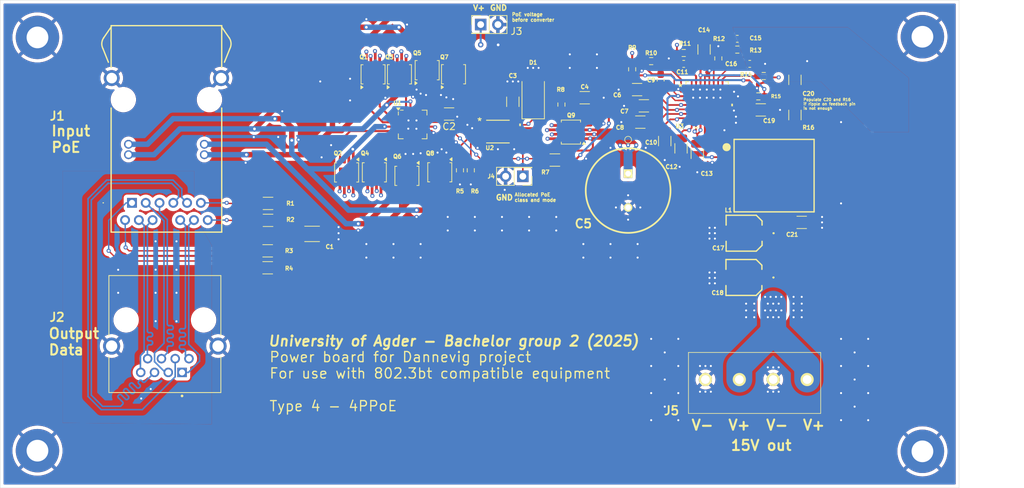
<source format=kicad_pcb>
(kicad_pcb (version 20240108) (generator "pcbnew") (generator_version "8.0")
  (layers (0 "F.Cu" signal) (1 "In1.Cu" power "Power plane") (2 "In2.Cu" power "Ground plane") (31 "B.Cu" signal) (34 "B.Paste" user) (35 "F.Paste" user) (36 "B.SilkS" user "B.Silkscreen") (37 "F.SilkS" user "F.Silkscreen") (38 "B.Mask" user) (39 "F.Mask" user) (44 "Edge.Cuts" user))
  (net 0 "")
  (net 1 "Net-(C1-Pad2)")
  (net 2 "PoE_X4")
  (net 3 "PoE_X3")
  (net 4 "PoE_X2")
  (net 5 "PoE_X1")
  (net 6 "PoE_Positive")
  (net 7 "Net-(U3-BST)")
  (net 8 "V_in")
  (net 9 "Net-(U3-VDD)")
  (net 10 "Net-(U3-PVDD)")
  (net 11 "Net-(U3-FB)")
  (net 12 "Net-(U3-SS)")
  (net 13 "Net-(Q1-G)")
  (net 14 "Net-(Q2-G)")
  (net 15 "Net-(Q3-G)")
  (net 16 "Net-(Q4-G)")
  (net 17 "Net-(Q5-G)")
  (net 18 "Net-(Q6-G)")
  (net 19 "Net-(Q7-G)")
  (net 20 "Net-(Q8-G)")
  (net 21 "Net-(Q9-G)")
  (net 22 "Net-(U2-RCLASS++)")
  (net 23 "Net-(U2-RCLASS)")
  (net 24 "Net-(U3-SVIN)")
  (net 25 "Net-(U3-ILIM)")
  (net 26 "Net-(U3-EN)")
  (net 27 "IN_PWRGD")
  (net 29 "Net-(J1-TRCT4)")
  (net 30 "Net-(J1-TRCT2)")
  (net 31 "Net-(J1-TRCT1)")
  (net 32 "Net-(J1-TRCT3)")
  (net 33 "/Input/D1-")
  (net 34 "/Input/D2-")
  (net 35 "/Input/D1+")
  (net 36 "/Input/D4-")
  (net 37 "/Input/D4+")
  (net 38 "/Input/D2+")
  (net 39 "/Input/D3-")
  (net 40 "/Input/D3+")
  (net 41 "GND")
  (net 42 "Net-(J4-Pin_1)")
  (net 43 "Net-(U3-FREQ)")
  (net 44 "Net-(C4-Pad1)")
  (net 45 "Net-(C9-Pad2)")
  (net 46 "Net-(C17-+)")
  (net 47 "Net-(C20-Pad1)")
  (footprint "Package_TO_SOT_SMD:LFPAK33" (layer "F.Cu") (at 67.174302 37.215 -90)
    (property "Reference" "Q4")
    (property "Value" "PSMN040-100MSE" (hide yes))
    (property "VALUE" "" (hide yes))
  )
  (footprint "Resistor_SMD:R_1206_3216Metric_Pad1.30x1.75mm_HandSolder" (layer "F.Cu") (at 93.8 35.6 180)
    (property "Reference" "R7")
    (property "Value" "0" (hide yes))
    (property "VALUE" "" (hide yes))
  )
  (footprint "Capacitor_SMD:C_1206_3216Metric" (layer "F.Cu") (at 114.8 34.675 90)
    (property "Reference" "C13")
    (property "Value" "2.2uF" (hide yes))
    (property "VALUE" "" (hide yes))
  )
  (footprint "Capacitor_SMD:C_1206_3216Metric_Pad1.33x1.80mm_HandSolder" (layer "F.Cu") (at 129.2 23.7625 90)
    (property "Reference" "C20")
    (property "Value" "C" (hide yes))
    (property "VALUE" "" (hide yes))
  )
  (footprint "Resistor_SMD:R_0603_1608Metric_Pad0.98x0.95mm_HandSolder" (layer "F.Cu") (at 124.6 23.2 180)
    (property "Reference" "R14")
    (property "Value" "100k" (hide yes))
    (property "VALUE" "" (hide yes))
  )
  (footprint "Connector_PinHeader_2.54mm:PinHeader_2x01_P2.54mm_Vertical" (layer "F.Cu") (at 89.075 38 180)
    (property "Reference" "J4")
    (property "Value" "Conn_02x01" (hide yes))
    (property "VALUE" "" (hide yes))
  )
  (footprint "Resistor_SMD:R_1206_3216Metric_Pad1.30x1.75mm_HandSolder" (layer "F.Cu") (at 51.449303 51.5 180)
    (property "Reference" "R4")
    (property "Value" "75" (hide yes))
    (property "VALUE" "" (hide yes))
  )
  (footprint "Package_TO_SOT_SMD:LFPAK33" (layer "F.Cu") (at 96.365698 31.475 180)
    (property "Reference" "Q9")
    (property "Value" "PSMN040-100MSE" (hide yes))
    (property "VALUE" "" (hide yes))
  )
  (footprint "Capacitor_SMD:C_1206_3216Metric_Pad1.33x1.80mm_HandSolder" (layer "F.Cu") (at 124.1625 28.2)
    (property "Reference" "C19")
    (property "Value" "4.7uF" (hide yes))
    (property "VALUE" "" (hide yes))
  )
  (footprint "local symbols:WE-XHMI_1090" (layer "F.Cu") (at 126.125 37.9)
    (property "Reference" "L1")
    (property "Value" "10uH")
    (property "VALUE" "" (hide yes))
  )
  (footprint "local symbols:22505041" (layer "F.Cu") (at 31.435303 41.92 180)
    (property "Reference" "J1")
    (property "Value" "2250504-1" (hide yes))
    (property "VALUE" "" (hide yes))
  )
  (footprint "MountingHole:MountingHole_3.2mm_M3_Pad" (layer "F.Cu") (at 17.5 17.5)
    (property "Reference" "H1" (hide yes))
    (property "Value" "MountingHole_Pad" (hide yes))
    (property "VALUE" "" (hide yes))
  )
  (footprint "Resistor_SMD:R_1206_3216Metric_Pad1.30x1.75mm_HandSolder" (layer "F.Cu") (at 51.499303 44.5 180)
    (property "Reference" "R2")
    (property "Value" "75" (hide yes))
    (property "VALUE" "" (hide yes))
  )
  (footprint "Package_DFN_QFN:QFN-16-1EP_4x4mm_P0.65mm_EP2.15x2.15mm" (layer "F.Cu") (at 72.824302 30.34596)
    (property "Reference" "U1")
    (property "Value" "LT4321IUF" (hide yes))
    (property "VALUE" "" (hide yes))
  )
  (footprint "Capacitor_SMD:C_1206_3216Metric_Pad1.33x1.80mm_HandSolder" (layer "F.Cu") (at 130.2 44.8)
    (property "Reference" "C21")
    (property "Value" "0.1uF" (hide yes))
    (property "VALUE" "" (hide yes))
  )
  (footprint "Resistor_SMD:R_0603_1608Metric_Pad0.98x0.95mm_HandSolder" (layer "F.Cu") (at 123.8 26.2 180)
    (property "Reference" "R15")
    (property "Value" "2.2" (hide yes))
    (property "VALUE" "" (hide yes))
  )
  (footprint "Capacitor_SMD:C_1206_3216Metric" (layer "F.Cu") (at 110 32.8 90)
    (property "Reference" "C10")
    (property "Value" "2.2uF" (hide yes))
    (property "VALUE" "" (hide yes))
  )
  (footprint "local symbols:1935187" (layer "F.Cu") (at 116 68)
    (property "Reference" "J5")
    (property "Value" "1935187" (hide yes))
  )
  (footprint "Package_TO_SOT_SMD:LFPAK33" (layer "F.Cu") (at 63.090807 37.227997 -90)
    (property "Reference" "Q2")
    (property "Value" "PSMN040-100MSE" (hide yes))
    (property "VALUE" "" (hide yes))
  )
  (footprint "Package_TO_SOT_SMD:LFPAK33" (layer "F.Cu") (at 71.974302 37.735 -90)
    (property "Reference" "Q6")
    (property "Value" "PSMN040-100MSE" (hide yes))
    (property "VALUE" "" (hide yes))
  )
  (footprint "Resistor_SMD:R_0603_1608Metric_Pad0.98x0.95mm_HandSolder" (layer "F.Cu") (at 79.8 37.1125 -90)
    (property "Reference" "R5")
    (property "Value" "49.9" (hide yes))
    (property "VALUE" "" (hide yes))
  )
  (footprint "Resistor_SMD:R_0603_1608Metric_Pad0.98x0.95mm_HandSolder" (layer "F.Cu") (at 94.7625 27.4125 90)
    (property "Reference" "R8")
    (property "Value" "3.3k" (hide yes))
    (property "VALUE" "" (hide yes))
  )
  (footprint "Package_TO_SOT_SMD:LFPAK33" (layer "F.Cu") (at 66.991799 23.150094 90)
    (property "Reference" "Q1")
    (property "Value" "PSMN040-100MSE" (hide yes))
    (property "VALUE" "" (hide yes))
  )
  (footprint "Package_TO_SOT_SMD:LFPAK33" (layer "F.Cu") (at 70.873302 23.145 90)
    (property "Reference" "Q3")
    (property "Value" "PSMN040-100MSE" (hide yes))
    (property "VALUE" "" (hide yes))
  )
  (footprint "local symbols:BEL_SS-60000-008" (layer "F.Cu") (at 36.285 59.2 180)
    (property "Reference" "J2")
    (property "Value" "SS-60000-008" (hide yes))
    (property "VALUE" "" (hide yes))
  )
  (footprint "" (layer "F.Cu") (at 119.198551 29.421728)
    (property "Reference" "")
    (property "Value" "")
  )
  (footprint "local symbols:16SVF82M" (layer "F.Cu") (at 121.700698 46.4 180)
    (property "Reference" "C17")
    (property "Value" "20SVPA10M" (hide yes))
    (property "VALUE" "" (hide yes))
  )
  (footprint "footprints:VQFN32_6X6_3EP_PHA_MCH" (layer "F.Cu") (at 116.250001 27.1464)
    (property "Reference" "U3")
    (property "Value" "MIC28516T-E/PHA" (hide yes))
    (property "VALUE" "" (hide yes))
  )
  (footprint "Resistor_SMD:R_0603_1608Metric_Pad0.98x0.95mm_HandSolder" (layer "F.Cu") (at 108 21 180)
    (property "Reference" "R10")
    (property "Value" "2.21k" (hide yes))
    (property "VALUE" "" (hide yes))
  )
  (footprint "Capacitor_SMD:C_1206_3216Metric" (layer "F.Cu") (at 106.925 27.6)
    (property "Reference" "C7")
    (property "Value" "2.2uF" (hide yes))
    (property "VALUE" "" (hide yes))
  )
  (footprint "MountingHole:MountingHole_3.2mm_M3_Pad" (layer "F.Cu") (at 148 17.4)
    (property "Reference" "H3" (hide yes))
    (property "Value" "MountingHole_Pad" (hide yes))
    (property "VALUE" "" (hide yes))
  )
  (footprint "Resistor_SMD:R_0603_1608Metric_Pad0.98x0.95mm_HandSolder" (layer "F.Cu") (at 81.4 37.1125 -90)
    (property "Reference" "R6")
    (property "Value" "118" (hide yes))
    (property "VALUE" "" (hide yes))
  )
  (footprint "Package_TO_SOT_SMD:LFPAK33" (layer "F.Cu") (at 74.969191 22.536206 90)
    (property "Reference" "Q5")
    (property "Value" "PSMN040-100MSE" (hide yes))
    (property "VALUE" "" (hide yes))
  )
  (footprint "Capacitor_SMD:C_1206_3216Metric" (layer "F.Cu") (at 106.4 30)
    (property "Reference" "C8")
    (property "Value" "2.2uF" (hide yes))
    (property "VALUE" "" (hide yes))
  )
  (footprint "Resistor_SMD:R_0603_1608Metric_Pad0.98x0.95mm_HandSolder" (layer "F.Cu") (at 105.2 22.2 -90)
    (property "Reference" "R9")
    (property "Value" "100k" (hide yes))
    (property "VALUE" "" (hide yes))
  )
  (footprint "Resistor_SMD:R_0603_1608Metric_Pad0.98x0.95mm_HandSolder" (layer "F.Cu") (at 117.900698 20.6 90)
    (property "Reference" "R12")
    (property "Value" "348" (hide yes))
    (property "VALUE" "" (hide yes))
  )
  (footprint "Capacitor_SMD:C_0603_1608Metric_Pad1.08x0.95mm_HandSolder" (layer "F.Cu") (at 112.8 21.4 180)
    (property "Reference" "C11")
    (property "Value" "1uF" (hide yes))
    (property "VALUE" "" (hide yes))
  )
  (footprint "Capacitor_SMD:C_1206_3216Metric_Pad1.33x1.80mm_HandSolder" (layer "F.Cu") (at 87.6 27 -90)
    (property "Reference" "C3")
    (property "Value" "0.047uF" (hide yes))
    (property "VALUE" "" (hide yes))
  )
  (footprint "footprints:05-08-1661_ADI" (layer "F.Cu") (at 85.4 31.4)
    (property "Reference" "U2")
    (property "Value" "LT4293IMS-PBF" (hide yes))
    (property "VALUE" "" (hide yes))
  )
  (footprint "MountingHole:MountingHole_3.2mm_M3_Pad" (layer "F.Cu") (at 17.5 78.5)
    (property "Reference" "H2" (hide yes))
    (property "Value" "MountingHole_Pad" (hide yes))
    (property "VALUE" "" (hide yes))
  )
  (footprint "Resistor_SMD:R_0603_1608Metric_Pad0.98x0.95mm_HandSolder" (layer "F.Cu") (at 112.8 19.8)
    (property "Reference" "R11")
    (property "Value" "2.2" (hide yes))
    (property "VALUE" "" (hide yes))
  )
  (footprint "Resistor_SMD:R_1206_3216Metric_Pad1.30x1.75mm_HandSolder" (layer "F.Cu") (at 51.449303 49 180)
    (property "Reference" "R3")
    (property "Value" "75" (hide yes))
    (property "VALUE" "" (hide yes))
  )
  (footprint "Capacitor_SMD:C_1206_3216Metric_Pad1.33x1.80mm_HandSolder" (layer "F.Cu") (at 78.2 28.8 180)
    (property "Reference" "C2")
    (property "Value" "0.047uF" (hide yes))
    (property "VALUE" "" (hide yes))
  )
  (footprint "Package_TO_SOT_SMD:LFPAK33" (layer "F.Cu") (at 76.824303 37.205641 -90)
    (property "Reference" "Q8")
    (property "Value" "PSMN040-100MSE" (hide yes))
    (property "VALUE" "" (hide yes))
  )
  (footprint "Capacitor_SMD:C_1808_4520Metric_Pad1.72x2.30mm_HandSolder" (layer "F.Cu") (at 57.999303 46.5 180)
    (property "Reference" "C1")
    (property "Value" "1nF" (hide yes))
    (property "VALUE" "" (hide yes))
  )
  (footprint "" (layer "F.Cu") (at 113.303574 27.471537)
    (property "Reference" "")
    (property "Value" "")
  )
  (footprint "Capacitor_SMD:C_1206_3216Metric" (layer "F.Cu") (at 115.8 19.275 -90)
    (property "Reference" "C14")
    (property "Value" "2.2uF" (hide yes))
    (property "VALUE" "" (hide yes))
  )
  (footprint "Capacitor_SMD:C_0603_1608Metric_Pad1.08x0.95mm_HandSolder" (layer "F.Cu") (at 109.4 23.8 90)
    (property "Reference" "C9")
    (property "Value" "0.1uF" (hide yes))
    (property "VALUE" "" (hide yes))
  )
  (footprint "" (layer "F.Cu") (at 115.925316 30.093528)
    (property "Reference" "")
    (property "Value" "")
  )
  (footprint "MountingHole:MountingHole_3.2mm_M3_Pad" (layer "F.Cu") (at 148 78.6)
    (property "Reference" "H4" (hide yes))
    (property "Value" "MountingHole_Pad" (hide yes))
    (property "VALUE" "" (hide yes))
  )
  (footprint "Connector_PinHeader_2.54mm:PinHeader_2x01_P2.54mm_Vertical" (layer "F.Cu") (at 82.86 15.6)
    (property "Reference" "J3")
    (property "Value" "Conn_02x01" (hide yes))
    (property "VALUE" "" (hide yes))
  )
  (footprint "Capacitor_SMD:C_0603_1608Metric_Pad1.08x0.95mm_HandSolder" (layer "F.Cu") (at 122.5375 21.4)
    (property "Reference" "C16")
    (property "Value" "0.18uF" (hide yes))
    (property "VALUE" "" (hide yes))
  )
  (footprint "local symbols:16SVF82M" (layer "F.Cu") (at 121.678098 52.9322 180)
    (property "Reference" "C18")
    (property "Value" "20SVPA10M" (hide yes))
    (property "VALUE" "" (hide yes))
  )
  (footprint "Diode_SMD:D_SMA" (layer "F.Cu") (at 90.6 26 90)
    (property "Reference" "D1")
    (property "Value" "SMAJ60A" (hide yes))
    (property "VALUE" "" (hide yes))
  )
  (footprint "Resistor_SMD:R_0603_1608Metric_Pad0.98x0.95mm_HandSolder" (layer "F.Cu") (at 120.700698 19.3 180)
    (property "Reference" "R13")
    (property "Value" "8.2k" (hide yes))
    (property "VALUE" "" (hide yes))
  )
  (footprint "Capacitor_SMD:C_1206_3216Metric" (layer "F.Cu") (at 112.4 33.875 90)
    (property "Reference" "C12")
    (property "Value" "2.2uF" (hide yes))
    (property "VALUE" "" (hide yes))
  )
  (footprint "Capacitor_SMD:C_1206_3216Metric_Pad1.33x1.80mm_HandSolder" (layer "F.Cu") (at 98.2 26.4)
    (property "Reference" "C4")
    (property "Value" "0.047uF" (hide yes))
    (property "VALUE" "" (hide yes))
  )
  (footprint "Resistor_SMD:R_1206_3216Metric_Pad1.30x1.75mm_HandSolder" (layer "F.Cu") (at 51.499303 42 180)
    (property "Reference" "R1")
    (property "Value" "75" (hide yes))
    (property "VALUE" "" (hide yes))
  )
  (footprint "local symbols:CAPPRD500W65D1250H2700" (layer "F.Cu") (at 104.6 37.6 -90)
    (property "Reference" "C5")
    (property "Value" "220uF" (hide yes))
    (property "VALUE" "" (hide yes))
  )
  (footprint "Capacitor_SMD:C_0603_1608Metric_Pad1.08x0.95mm_HandSolder" (layer "F.Cu") (at 120.700698 17.7 180)
    (property "Reference" "C15")
    (property "Value" "22nF" (hide yes))
    (property "VALUE" "" (hide yes))
  )
  (footprint "Resistor_SMD:R_1206_3216Metric_Pad1.30x1.75mm_HandSolder" (layer "F.Cu") (at 129.2 28.95 90)
    (property "Reference" "R16")
    (property "Value" "R" (hide yes))
    (property "VALUE" "" (hide yes))
  )
  (footprint "Capacitor_SMD:C_1206_3216Metric" (layer "F.Cu") (at 105.925 25.2)
    (property "Reference" "C6")
    (property "Value" "2.2uF" (hide yes))
    (property "VALUE" "" (hide yes))
  )
  (footprint "Package_TO_SOT_SMD:LFPAK33" (layer "F.Cu") (at 78.852003 23.137068 90)
    (property "Reference" "Q7")
    (property "Value" "PSMN040-100MSE" (hide yes))
    (property "VALUE" "" (hide yes))
  )
  (gr_rect (start 12 12) (end 153.4 84) (stroke (width 0.05)) (fill none) (layer "Edge.Cuts"))
  (gr_text "University of Agder - Bachelor group 2 (2025)\n" (at 51.4 63.2 0) (layer "F.SilkS") (effects (font (size 1.5 1.5) (thickness 0.3) (bold yes) (italic yes)) (justify left bottom)))
  (gr_text "Populate C20 and R16\nif ripple on feedback pin\nis not enough" (at 130.4 28.2 0) (layer "F.SilkS") (effects (font (size 0.4 0.4) (thickness 0.1) (bold yes)) (justify left bottom)))
  (gr_text "Input\nPoE" (at 19.4 34.6 0) (layer "F.SilkS") (effects (font (size 1.5 1.5) (thickness 0.3) (bold yes)) (justify left bottom)))
  (gr_text "V-  V+" (at 124.8 75.6 0) (layer "F.SilkS") (effects (font (size 1.5 1.5) (thickness 0.3) (bold yes)) (justify left bottom)))
  (gr_text "Power board for Dannevig project\nFor use with 802.3bt compatible equipment\n\nType 4 - 4PPoE " (at 51.6 72.8 0) (layer "F.SilkS") (effects (font (size 1.5 1.5) (thickness 0.1875)) (justify left bottom)))
  (gr_text "PoE voltage\nbefore converter" (at 87.4 15.2 0) (layer "F.SilkS") (effects (font (size 0.5 0.5) (thickness 0.125) (bold yes)) (justify left bottom)))
  (gr_text "V+" (at 81.635 13.6 0) (layer "F.SilkS") (effects (font (size 0.8 0.8) (thickness 0.2) (bold yes)) (justify left bottom)))
  (gr_text "V-  V+" (at 113.8 75.6 0) (layer "F.SilkS") (effects (font (size 1.5 1.5) (thickness 0.3) (bold yes)) (justify left bottom)))
  (gr_text "15V out" (at 119.6 78.6 0) (layer "F.SilkS") (effects (font (size 1.5 1.5) (thickness 0.3) (bold yes)) (justify left bottom)))
  (gr_text "Output\nData" (at 19 64.5 0) (layer "F.SilkS") (effects (font (size 1.5 1.5) (thickness 0.3) (bold yes)) (justify left bottom)))
  (gr_text "Allocated PoE\nclass and mode" (at 87.8 41.8 0) (layer "F.SilkS") (effects (font (size 0.5 0.5) (thickness 0.125) (bold yes)) (justify left bottom)))
  (gr_text "GND" (at 84.135 13.6 0) (layer "F.SilkS") (effects (font (size 0.8 0.8) (thickness 0.2) (bold yes)) (justify left bottom)))
  (gr_text "GND" (at 85 41.6 0) (layer "F.SilkS") (effects (font (size 0.8 0.8) (thickness 0.2) (bold yes)) (justify left bottom)))
  (segment (start 53.049303 44.5) (end 53.836803 44.5) (width 0.3) (layer "F.Cu") (net 1))
  (segment (start 54.499303 42) (end 55.836803 43.3375) (width 0.3) (layer "F.Cu") (net 1))
  (segment (start 55.499303 46.5) (end 55.836803 46.5) (width 0.2) (layer "F.Cu") (net 1))
  (segment (start 53.049303 42) (end 54.499303 42) (width 0.3) (layer "F.Cu") (net 1))
  (segment (start 52.999303 49) (end 55.499303 46.5) (width 0.3) (layer "F.Cu") (net 1))
  (segment (start 55.836803 48.6625) (end 55.836803 46.5) (width 0.3) (layer "F.Cu") (net 1))
  (segment (start 52.999303 51.5) (end 55.836803 48.6625) (width 0.3) (layer "F.Cu") (net 1))
  (segment (start 53.836803 44.5) (end 55.836803 46.5) (width 0.3) (layer "F.Cu") (net 1))
  (segment (start 55.836803 43.3375) (end 55.836803 46.5) (width 0.3) (layer "F.Cu") (net 1))
  (segment (start 53.049303 44.5) (end 53.049303 44.95) (width 0.2) (layer "F.Cu") (net 1))
  (segment (start 53.049303 44.95) (end 52.999303 45) (width 0.2) (layer "F.Cu") (net 1))
  (segment (start 71.999303 37.638157) (end 71.974302 37.613156) (width 0.8) (layer "F.Cu") (net 2))
  (segment (start 66.849302 34.550698) (end 66.849302 35.68) (width 0.4) (layer "F.Cu") (net 2))
  (segment (start 69 34.3) (end 68.8 34.3) (width 0.8) (layer "F.Cu") (net 2))
  (segment (start 72.499302 32.720959) (end 71.820261 33.4) (width 0.3) (layer "F.Cu") (net 2))
  (segment (start 71.820261 33.4) (end 69.9 33.4) (width 0.3) (layer "F.Cu") (net 2))
  (segment (start 67.499302 34.300698) (end 67.5 34.3) (width 0.4) (layer "F.Cu") (net 2))
  (segment (start 72.30074 40.917532) (end 72.30074 41.634897) (width 0.4) (layer "F.Cu") (net 2))
  (segment (start 68.2 34.3) (end 67.5 34.3) (width 0.8) (layer "F.Cu") (net 2))
  (segment (start 64.8 45) (end 66 45) (width 0.8) (layer "F.Cu") (net 2))
  (segment (start 72.767818 41.167818) (end 72.953581 40.982056) (width 0.4) (layer "F.Cu") (net 2))
  (segment (start 69.9 33.4) (end 69 34.3) (width 0.3) (layer "F.Cu") (net 2))
  (segment (start 72.953581 40.982055) (end 72.953581 39.199392) (width 0.4) (layer "F.Cu") (net 2))
  (segment (start 71.112458 37.613156) (end 71.974302 37.613156) (width 0.2) (layer "F.Cu") (net 2))
  (segment (start 71.010049 42.936893) (end 71.010049 39.317478) (width 0.4) (layer "F.Cu") (net 2))
  (segment (start 72.499302 32.18346) (end 72.499302 32.720959) (width 0.2) (layer "F.Cu") (net 2))
  (segment (start 67.499302 35.68) (end 67.499302 34.300698) (width 0.4) (layer "F.Cu") (net 2))
  (segment (start 69.6 34.9) (end 69 34.3) (width 0.8) (layer "F.Cu") (net 2))
  (segment (start 72.305056 40.913216) (end 72.305056 38.647917) (width 0.4) (layer "F.Cu") (net 2))
  (segment (start 72.30074 41.634897) (end 72.767818 41.167818) (width 0.4) (layer "F.Cu") (net 2))
  (segment (start 68.935636 45) (end 72.767818 41.167818) (width 0.8) (layer "F.Cu") (net 2))
  (segment (start 69.6 41.4) (end 69.6 38.4) (width 0.8) (layer "F.Cu") (net 2))
  (segment (start 67 34.3) (end 67.1 34.3) (width 0.8) (layer "F.Cu") (net 2))
  (segment (start 72.767818 41.167818) (end 72.953581 40.982055) (width 0.4) (layer "F.Cu") (net 2))
  (segment (start 67.5 34.3) (end 67 34.3) (width 0.8) (layer "F.Cu") (net 2))
  (segment (start 68.149302 35.68) (end 68.149302 34.350698) (width 0.4) (layer "F.Cu") (net 2))
  (segment (start 66 45) (end 68.935636 45) (width 0.8) (layer "F.Cu") (net 2))
  (segment (start 68.8 34.3) (end 68.2 34.3) (width 0.8) (layer "F.Cu") (net 2))
  (segment (start 71.653645 38.761074) (end 71.653645 42.526844) (width 0.4) (layer "F.Cu") (net 2))
  (segment (start 67.1 34.3) (end 66.849302 34.550698) (width 0.4) (layer "F.Cu") (net 2))
  (segment (start 66 45) (end 69.6 41.4) (width 0.8) (layer "F.Cu") (net 2))
  (segment (start 68.149302 34.350698) (end 68.2 34.3) (width 0.4) (layer "F.Cu") (net 2))
  (segment (start 69.6 38.4) (end 69.6 34.9) (width 0.8) (layer "F.Cu") (net 2))
  (via (at 64.8 45) (size 0.8) (drill 0.4) (layers "F.Cu" "B.Cu") (net 2))
  (segment (start 51.269303 33.27) (end 42.089303 33.27) (width 0.8) (layer "B.Cu") (net 2))
  (segment (start 62.999303 45) (end 51.269303 33.27) (width 0.8) (layer "B.Cu") (net 2))
  (segment (start 64.8 45) (end 62.999303 45) (width 0.8) (layer "B.Cu") (net 2))
  (segment (start 62.999303 35) (end 63.415807 34.583496) (width 0.3) (layer "F.Cu") (net 3))
  (segment (start 64.065807 34.066504) (end 63.999303 34) (width 0.3) (layer "F.Cu") (net 3))
  (segment (start 75.8 42.2) (end 75.856468 42.143532) (width 0.4) (layer "F.Cu") (net 3))
  (segment (start 62.765807 35.233496) (end 62.999303 35) (width 0.4) (layer "F.Cu") (net 3))
  (segment (start 77.8 40.2) (end 75 43) (width 0.8) (layer "F.Cu") (net 3))
  (segment (start 75.856468 42.143532) (end 75.856468 38.649634) (width 0.4) (layer "F.Cu") (net 3))
  (segment (start 62.999303 35) (end 63.999303 34) (width 0.4) (layer "F.Cu") (net 3))
  (segment (start 77.156404 40.843596) (end 77.156404 38.281865) (width 0.4) (layer "F.Cu") (net 3))
  (segment (start 63.415807 34.583496) (end 63.415807 35.692997) (width 0.4) (layer "F.Cu") (net 3))
  (segment (start 64.065807 35.692997) (end 64.065807 34.066504) (width 0.4) (layer "F.Cu") (net 3))
  (segment (start 76.509309 39.493843) (end 76.509309 38.249634) (width 0.4) (layer "F.Cu") (net 3))
  (segment (start 70.986802 30.67096) (end 68.670263 30.67096) (width 0.3) (layer "F.Cu") (net 3))
  (segment (start 76.504993 39.498159) (end 76.504993 41.763458) (width 0.4) (layer "F.Cu") (net 3))
  (segment (start 77.8 38.506102) (end 77.8 40.2) (width 0.4) (layer "F.Cu") (net 3))
  (segment (start 54.999303 32.7) (end 54.999303 30.799303) (width 0.8) (layer "F.Cu") (net 3))
  (segment (start 75 43) (end 73.4 43) (width 0.8) (layer "F.Cu") (net 3))
  (segment (start 54.999303 30.799303) (end 53.7 29.5) (width 0.8) (layer "F.Cu") (net 3))
  (segment (start 62.765807 35.692997) (end 62.765807 35.233496) (width 0.4) (layer "F.Cu") (net 3))
  (segment (start 53.7 29.5) (end 52.499303 29.5) (width 0.8) (layer "F.Cu") (net 3))
  (via (at 63.999303 34) (size 0.8) (drill 0.4) (layers "F.Cu" "B.Cu") (net 3))
  (via (at 54.999303 32.7) (size 0.8) (drill 0.4) (layers "F.Cu" "B.Cu") (net 3))
  (via (at 73.4 43) (size 0.8) (drill 0.4) (layers "F.Cu" "B.Cu") (net 3))
  (via (at 52.499303 29.5) (size 0.8) (drill 0.4) (layers "F.Cu" "B.Cu") (net 3))
  (via (at 68.670263 30.67096) (size 0.6) (drill 0.3) (layers "F.Cu" "B.Cu") (net 3))
  (segment (start 37.499303 29.5) (end 52.499303 29.5) (width 0.8) (layer "B.Cu") (net 3))
  (segment (start 56 35.6) (end 63.4 43) (width 0.8) (layer "B.Cu") (net 3))
  (segment (start 57.300349 36.900349) (end 56 35.6) (width 0.8) (layer "B.Cu") (net 3))
  (segment (start 68.670263 30.67096) (end 67.328343 30.67096) (width 0.8) (layer "B.Cu") (net 3))
  (segment (start 63.4 43) (end 73.4 43) (width 0.8) (layer "B.Cu") (net 3))
  (segment (start 30.909303 33.27) (end 33.729303 33.27) (width 0.8) (layer "B.Cu") (net 3))
  (segment (start 34.999303 32) (end 37.499303 29.5) (width 0.8) (layer "B.Cu") (net 3))
  (segment (start 67.328343 30.67096) (end 61.098954 36.900349) (width 0.8) (layer "B.Cu") (net 3))
  (segment (start 54.999303 32.7) (end 54.999303 34.599303) (width 0.8) (layer "B.Cu") (net 3))
  (segment (start 33.729303 33.27) (end 34.999303 32) (width 0.8) (layer "B.Cu") (net 3))
  (segment (start 61.098954 36.900349) (end 57.300349 36.900349) (width 0.8) (layer "B.Cu") (net 3))
  (segment (start 54.999303 34.599303) (end 56 35.6) (width 0.8) (layer "B.Cu") (net 3))
  (segment (start 79.82236 19.118554) (end 79.82236 21.706349) (width 0.4) (layer "F.Cu") (net 4))
  (segment (start 48.309303 34.81) (end 57.191893 34.81) (width 0.8) (layer "F.Cu") (net 4))
  (segment (start 69.499303 14.5) (end 61.000598 22.998705) (width 0.8) (layer "F.Cu") (net 4))
  (segment (start 61.000598 31.001295) (end 60.750598 31.251295) (width 0.8) (layer "F.Cu") (net 4))
  (segment (start 68.42096 30.02096) (end 66 27.6) (width 0.3) (layer "F.Cu") (net 4))
  (segment (start 67.22191 26.37809) (end 67.22191 26.283201) (width 0.8) (layer "F.Cu") (net 4))
  (segment (start 67.316799 26.289349) (end 67.316799 24.685094) (width 0.4) (layer "F.Cu") (net 4))
  (segment (start 62.348705 31.251295) (end 66 27.6) (width 0.8) (layer "F.Cu") (net 4))
  (segment (start 60.750598 31.251295) (end 62.348705 31.251295) (width 0.8) (layer "F.Cu") (net 4))
  (segment (start 66 27.6) (end 66.016799 27.583201) (width 0.4) (layer "F.Cu") (net 4))
  (segment (start 77.878828 21.824435) (end 77.878828 19.045344) (width 0.4) (layer "F.Cu") (net 4))
  (segment (start 66 27.6) (end 67.22191 26.37809) (width 0.8) (layer "F.Cu") (net 4))
  (segment (start 61.000598 22.998705) (end 61.000598 31.001295) (width 0.8) (layer "F.Cu") (net 4))
  (segment (start 79.178764 22.262753) (end 79.178764 18.894317) (width 0.4) (layer "F.Cu") (net 4))
  (segment (start 70.986802 30.02096) (end 68.42096 30.02096) (width 0.3) (layer "F.Cu") (net 4))
  (segment (start 66.666799 24.685094) (end 66.666799 26.511291) (width 0.4) (layer "F.Cu") (net 4))
  (segment (start 78.527353 20.110611) (end 78.527353 22.37591) (width 0.4) (layer "F.Cu") (net 4))
  (segment (start 78.999303 22.584768) (end 78.852003 22.732068) (width 0.8) (layer "F.Cu") (net 4))
  (segment (start 78.062086 18.862086) (end 73.7 14.5) (width 0.8) (layer "F.Cu") (net 4))
  (segment (start 57.191893 34.81) (end 60.750598 31.251295) (width 0.8) (layer "F.Cu") (net 4))
  (segment (start 80.078828 18.862086) (end 78.062086 18.862086) (width 0.8) (layer "F.Cu") (net 4))
  (segment (start 73.7 14.5) (end 69.499303 14.5) (width 0.8) (layer "F.Cu") (net 4))
  (segment (start 77.878828 19.045344) (end 78.062086 18.862086) (width 0.4) (layer "F.Cu") (net 4))
  (segment (start 78.531669 18.862086) (end 80.078828 18.862086) (width 0.8) (layer "F.Cu") (net 4))
  (segment (start 78.531669 20.106295) (end 78.531669 18.862086) (width 0.4) (layer "F.Cu") (net 4))
  (segment (start 66.016799 27.583201) (end 66.016799 24.685094) (width 0.4) (layer "F.Cu") (net 4))
  (via (at 48.309303 34.81) (size 0.8) (drill 0.4) (layers "F.Cu" "B.Cu") (net 4))
  (segment (start 42.089303 34.81) (end 48.309303 34.81) (width 0.8) (layer "B.Cu") (net 4))
  (segment (start 70.8 16) (end 73.2 18.4) (width 0.8) (layer "F.Cu") (net 5))
  (segment (start 69.899477 24.396268) (end 69.9 24.395745) (width 0.4) (layer "F.Cu") (net 5))
  (segment (start 75.887398 18.4) (end 75.943532 18.456134) (width 0.8) (layer "F.Cu") (net 5))
  (segment (start 71.2 25.571942) (end 70.55 26.221942) (width 0.4) (layer "F.Cu") (net 5))
  (segment (start 70.55 25.949303) (end 70.55 25.693066) (width 0.4) (layer "F.Cu") (net 5))
  (segment (start 74.969191 22.73154) (end 74.6 22.362349) (width 0.3) (layer "F.Cu") (net 5))
  (segment (start 74.999303 22.701428) (end 74.969191 22.73154) (width 0.8) (layer "F.Cu") (net 5))
  (segment (start 68.999303 27.5) (end 70.55 25.949303) (width 0.8) (layer "F.Cu") (net 5))
  (segment (start 73.6 18.4) (end 74.652841 18.4) (width 0.8) (layer "F.Cu") (net 5))
  (segment (start 74.648525 21.71349) (end 74.648525 18.404316) (width 0.4) (layer "F.Cu") (net 5))
  (segment (start 74.648525 22.313824) (end 74.6 22.362349) (width 0.4) (layer "F.Cu") (net 5))
  (segment (start 75.943532 18.456134) (end 75.943532 21.043929) (width 0.4) (layer "F.Cu") (net 5))
  (segment (start 74.652841 18.4) (end 75.887398 18.4) (width 0.8) (layer "F.Cu") (net 5))
  (segment (start 74 21.762349) (end 74.969191 22.73154) (width 0.3) (layer "F.Cu") (net 5))
  (segment (start 75.4 22.300731) (end 75.299936 22.200667) (width 0.4) (layer "F.Cu") (net 5))
  (segment (start 70.55 26.221942) (end 70.55 25.693066) (width 0.4) (layer "F.Cu") (net 5))
  (segment (start 69.899477 26.599826) (end 69.899477 24.396268) (width 0.4) (layer "F.Cu") (net 5))
  (segment (start 65.999303 16) (end 64.499303 16) (width 0.8) (layer "F.Cu") (net 5))
  (segment (start 71.2 24.395745) (end 71.2 25.571942) (width 0.4) (layer "F.Cu") (net 5))
  (segment (start 74 21.162015) (end 74 18.599666) (width 0.4) (layer "F.Cu") (net 5))
  (segment (start 74.969191 22.73154) (end 75.4 22.300731) (width 0.3) (layer "F.Cu") (net 5))
  (segment (start 74.969191 22.73154) (end 76 21.700731) (width 0.3) (layer "F.Cu") (net 5))
  (segment (start 74.648525 18.404316) (end 74.652841 18.4) (width 0.4) (layer "F.Cu") (net 5))
  (segment (start 72.499302 28.50846) (end 72.499302 27.000001) (width 0.3) (layer "F.Cu") (net 5))
  (segment (start 70.55 24.395745) (end 70.55 25.693066) (width 0.4) (layer "F.Cu") (net 5))
  (segment (start 64.499303 16) (end 49.499303 31) (width 0.8) (layer "F.Cu") (net 5))
  (segment (start 75.299936 21.600333) (end 75.299936 18.4) (width 0.4) (layer "F.Cu") (net 5))
  (segment (start 73.2 18.4) (end 73.6 18.4) (width 0.8) (layer "F.Cu") (net 5))
  (via (at 65.999303 16) (size 0.8) (drill 0.4) (layers "F.Cu" "B.Cu") (net 5))
  (via (at 49.499303 31) (size 0.8) (drill 0.4) (layers "F.Cu" "B.Cu") (net 5))
  (via (at 72.499302 26.951312) (size 0.6) (drill 0.3) (layers "F.Cu" "B.Cu") (net 5))
  (via (at 70.8 16) (size 0.8) (drill 0.4) (layers "F.Cu" "B.Cu") (net 5))
  (via (at 68.999303 27.5) (size 0.8) (drill 0.4) (layers "F.Cu" "B.Cu") (net 5))
  (segment (start 49.499303 31) (end 65.499303 31) (width 0.8) (layer "B.Cu") (net 5))
  (segment (start 69.499455 26.999848) (end 68.999303 27.5) (width 0.3) (layer "B.Cu") (net 5))
  (segment (start 65.499303 31) (end 66.999303 29.5) (width 0.8) (layer "B.Cu") (net 5))
  (segment (start 66.999303 29.5) (end 68.999303 27.5) (width 0.8) (layer "B.Cu") (net 5))
  (segment (start 72.499302 26.951312) (end 72.450766 26.999848) (width 0.3) (layer "B.Cu") (net 5))
  (segment (start 34.689303 34.81) (end 38.499303 31) (width 0.8) (layer "B.Cu") (net 5))
  (segment (start 72.450766 26.999848) (end 69.499455 26.999848) (width 0.3) (layer "B.Cu") (net 5))
  (segment (start 38.499303 31) (end 49.499303 31) (width 0.8) (layer "B.Cu") (net 5))
  (segment (start 70.8 16) (end 65.999303 16) (width 0.8) (layer "B.Cu") (net 5))
  (segment (start 30.909303 34.81) (end 34.689303 34.81) (width 0.8) (layer "B.Cu") (net 5))
  (segment (start 90.6 29.55) (end 89.9 30.25) (width 0.2347) (layer "F.Cu") (net 6))
  (segment (start 66 19.6) (end 66 20.8) (width 0.4) (layer "F.Cu") (net 6))
  (segment (start 71.849674 20.27162) (end 71.849674 21.808513) (width 0.4) (layer "F.Cu") (net 6))
  (segment (start 68.154999 40.805899) (end 68.154999 39.605899) (width 0.4) (layer "F.Cu") (net 6))
  (segment (start 67.310305 19.557285) (end 67.267207 19.514187) (width 0.3) (layer "F.Cu") (net 6))
  (segment (start 64.065125 40.815323) (end 64.065125 39.615323) (width 0.4) (layer "F.Cu") (net 6))
  (segment (start 67.959979 20.240021) (end 67.959979 21.776914) (width 0.4) (layer "F.Cu") (net 6))
  (segment (start 70.51268 20.269244) (end 70.550989 20.307553) (width 0.4) (layer "F.Cu") (net 6))
  (segment (start 67.532014 40.168254) (end 67.493705 40.129945) (width 0.4) (layer "F.Cu") (net 6))
  (segment (start 76.06654 29.37096) (end 76.6375 28.8) (width 0.3) (layer "F.Cu") (net 6))
  (segment (start 93.359097 30.490818) (end 94.89599 30.490818) (width 0.4) (layer "F.Cu") (net 6))
  (segment (start 95.098592 31.140492) (end 92.676361 31.140492) (width 0.4) (layer "F.Cu") (net 6))
  (segment (start 62.75482 40.858038) (end 62.797918 40.901136) (width 0.3) (layer "F.Cu") (net 6))
  (segment (start 66.844694 38.426383) (end 66.844694 40.848614) (width 0.4) (layer "F.Cu") (net 6))
  (segment (start 93.39503 31.789503) (end 95.457047 31.789503) (width 0.4) (layer "F.Cu") (net 6))
  (segment (start 76.051521 30.67096) (end 76.14189 30.761329) (width 0.3) (layer "F.Cu") (net 6))
  (segment (start 66.661294 20.275954) (end 66.661294 22.337971) (width 0.4) (layer "F.Cu") (net 6))
  (segment (start 74.661802 30.67096) (end 76.051521 30.67096) (width 0.3) (layer "F.Cu") (net 6))
  (segment (start 64.065125 39.615323) (end 64.065125 38.662028) (width 0.4) (layer "F.Cu") (net 6))
  (segment (start 68 20.2) (end 67.959979 20.240021) (width 0.4) (layer "F.Cu") (net 6))
  (segment (start 71.2 19.588884) (end 71.156902 19.545786) (width 0.3) (layer "F.Cu") (net 6))
  (segment (start 62.75482 38.435807) (end 62.75482 40.858038) (width 0.4) (layer "F.Cu") (net 6))
  (segment (start 63.403831 40.139369) (end 63.403831 38.077352) (width 0.4) (layer "F.Cu") (net 6))
  (segment (start 66.154999 40.205899) (end 66.19502 40.165878) (width 0.4) (layer "F.Cu") (net 6))
  (segment (start 76.22904 29.37096) (end 76.4 29.2) (width 0.3) (layer "F.Cu") (net 6))
  (segment (start 70.868208 22.745094) (end 70.873302 22.74) (width 1.725) (layer "F.Cu") (net 6))
  (segment (start 67.493705 40.129945) (end 67.493705 38.067928) (width 0.4) (layer "F.Cu") (net 6))
  (segment (start 71.2 22.011115) (end 71.2 19.588884) (width 0.4) (layer "F.Cu") (net 6))
  (segment (start 87.61615 30.399999) (end 88.4 30.399999) (width 0.3) (layer "F.Cu") (net 6))
  (segment (start 67.161305 37.632997) (end 67.174302 37.62) (width 1.725) (layer "F.Cu") (net 6))
  (segment (start 87.6 28.5625) (end 90.0375 28.5625) (width 0.8) (layer "F.Cu") (net 6))
  (segment (start 92.719076 32.450797) (end 93.919076 32.450797) (width 0.4) (layer "F.Cu") (net 6))
  (segment (start 66.622985 20.237645) (end 66.661294 20.275954) (width 0.4) (layer "F.Cu") (net 6))
  (segment (start 62.065125 40.215323) (end 62.105146 40.175302) (width 0.4) (layer "F.Cu") (net 6))
  (segment (start 69.889695 20.831599) (end 69.889695 21.784894) (width 0.4) (layer "F.Cu") (net 6))
  (segment (start 93.919076 32.450797) (end 94.872371 32.450797) (width 0.4) (layer "F.Cu") (net 6))
  (segment (start 89.750001 30.399999) (end 87.61615 30.399999) (width 0.2347) (layer "F.Cu") (net 6))
  (segment (start 74.661802 29.37096) (end 76.06654 29.37096) (width 0.3) (layer "F.Cu") (net 6))
  (segment (start 89.9 30.25) (end 89.750001 30.399999) (width 0.2347) (layer "F.Cu") (net 6))
  (segment (start 66.19502 40.165878) (end 66.19502 38.628985) (width 0.4) (layer "F.Cu") (net 6))
  (segment (start 63.44214 40.177678) (end 63.403831 40.139369) (width 0.4) (layer "F.Cu") (net 6))
  (segment (start 62.105146 40.175302) (end 62.105146 38.638409) (width 0.4) (layer "F.Cu") (net 6))
  (segment (start 90.6 28) (end 90.6 29.55) (width 0.2347) (layer "F.Cu") (net 6))
  (segment (start 63.090807 37.632997) (end 67.161305 37.632997) (width 1.725) (layer "F.Cu") (net 6))
  (segment (start 66 20.8) (end 66 21.753295) (width 0.4) (layer "F.Cu") (net 6))
  (segment (start 82.634999 15.825001) (end 82.86 15.6) (width 0.8) (layer "F.Cu") (net 6))
  (segment (start 66.844694 40.848614) (end 66.887792 40.891712) (width 0.3) (layer "F.Cu") (net 6))
  (segment (start 90.0375 28.5625) (end 90.6 28) (width 0.8) (layer "F.Cu") (net 6))
  (segment (start 70.550989 20.307553) (end 70.550989 22.36957) (width 0.4) (layer "F.Cu") (net 6))
  (segment (start 71.889695 20.231599) (end 71.849674 20.27162) (width 0.4) (layer "F.Cu") (net 6))
  (segment (start 69.889695 19.631599) (end 69.889695 20.831599) (width 0.4) (layer "F.Cu") (net 6))
  (segment (start 67.310305 21.979516) (end 67.310305 19.557285) (width 0.4) (layer "F.Cu") (net 6))
  (segment (start 68.154999 39.605899) (end 68.154999 38.652604) (width 0.4) (layer "F.Cu") (net 6))
  (via (at 92.719076 32.450797) (size 0.6) (drill 0.3) (layers "F.Cu" "B.Cu") (net 6))
  (via (at 66.622985 20.237645) (size 0.6) (drill 0.3) (layers "F.Cu" "B.Cu") (net 6))
  (via (at 93.319076 30.450797) (size 0.6) (drill 0.3) (layers "F.Cu" "B.Cu") (net 6))
  (via (at 71.156902 19.545786) (size 0.6) (drill 0.3) (layers "F.Cu" "B.Cu") (net 6))
  (via (at 69.889695 19.631599) (size 0.6) (drill 0.3) (layers "F.Cu" "B.Cu") (net 6))
  (via (at 70.51268 20.269244) (size 0.6) (drill 0.3) (layers "F.Cu" "B.Cu") (net 6))
  (via (at 63.44214 40.177678) (size 0.6) (drill 0.3) (layers "F.Cu" "B.Cu") (net 6))
  (via (at 82.86 18.575697) (size 0.8) (drill 0.4) (layers "F.Cu" "B.Cu") (net 6))
  (via (at 66 19.6) (size 0.6) (drill 0.3) (layers "F.Cu" "B.Cu") (net 6))
  (via (at 93.356721 31.827812) (size 0.6) (drill 0.3) (layers "F.Cu" "B.Cu") (net 6))
  (via (at 76.14189 30.761329) (size 0.6) (drill 0.3) (layers "F.Cu" "B.Cu") (net 6))
  (via (at 67.267207 19.514187) (size 0.6) (drill 0.3) (layers "F.Cu" "B.Cu") (net 6))
  (via (at 71.889695 20.231599) (size 0.6) (drill 0.3) (layers "F.Cu" "B.Cu") (net 6))
  (via (at 92.633263 31.18359) (size 0.6) (drill 0.3) (layers "F.Cu" "B.Cu") (net 6))
  (via (at 68.154999 40.805899) (size 0.6) (drill 0.3) (layers "F.Cu" "B.Cu") (net 6))
  (via (at 66.154999 40.205899) (size 0.6) (drill 0.3) (layers "F.Cu" "B.Cu") (net 6))
  (via (at 66.887792 40.891712) (size 0.6) (drill 0.3) (layers "F.Cu" "B.Cu") (net 6))
  (via (at 68 20.2) (size 0.6) (drill 0.3) (layers "F.Cu" "B.Cu") (net 6))
  (via (at 64.065125 40.815323) (size 0.6) (drill 0.3) (layers "F.Cu" "B.Cu") (net 6))
  (via (at 67.532014 40.168254) (size 0.6) (drill 0.3) (layers "F.Cu" "B.Cu") (net 6))
  (via (at 62.797918 40.901136) (size 0.6) (drill 0.3) (layers "F.Cu" "B.Cu") (net 6))
  (via (at 62.065125 40.215323) (size 0.6) (drill 0.3) (layers "F.Cu" "B.Cu") (net 6))
  (via (at 89.9 30.25) (size 0.6) (drill 0.3) (layers "F.Cu" "B.Cu") (net 6))
  (segment (start 82.86 18.575697) (end 82.86 15.6) (width 0.3) (layer "B.Cu") (net 6))
  (segment (start 82.634999 15.825001) (end 82.86 15.6) (width 0.5) (layer "B.Cu") (net 6))
  (segment (start 112 26.8) (end 113.282202 26.8) (width 0.2347) (layer "F.Cu") (net 7))
  (segment (start 111.5375 26.8) (end 109.4 24.6625) (width 0.2) (layer "F.Cu") (net 7))
  (segment (start 113.282202 26.8) (end 113.303601 26.821399) (width 0.2347) (layer "F.Cu") (net 7))
  (segment (start 112 26.8) (end 111.5375 26.8) (width 0.2) (layer "F.Cu") (net 7))
  (segment (start 112.4 27.471399) (end 113.303599 27.471399) (width 0.25) (layer "F.Cu") (net 8))
  (segment (start 112.4 32.4) (end 112.4 31.6) (width 0.25) (layer "F.Cu") (net 8))
  (segment (start 125.7125 23.4) (end 125.5125 23.2) (width 0.25) (layer "F.Cu") (net 8))
  (segment (start 110 30.4) (end 110.8 29.6) (width 0.25) (layer "F.Cu") (net 8))
  (segment (start 115.275 31.31266) (end 115.275 31.175002) (width 0.25) (layer "F.Cu") (net 8))
  (segment (start 126.8 23.4) (end 125.7125 23.4) (width 0.25) (layer "F.Cu") (net 8))
  (segment (start 108.4 27.6) (end 109.6 27.6) (width 0.25) (layer "F.Cu") (net 8))
  (segment (start 113.303601 28.771401) (end 112.428599 28.771401) (width 0.25) (layer "F.Cu") (net 8))
  (segment (start 103.75 31.15) (end 98.95 31.15) (width 0.4) (layer "F.Cu") (net 8))
  (segment (start 112.428599 28.771401) (end 112.4 28.8) (width 0.25) (layer "F.Cu") (net 8))
  (segment (start 114.40617 32.80617) (end 114.8 33.2) (width 0.25) (layer "F.Cu") (net 8))
  (segment (start 103 31.8) (end 99.6 31.8) (width 0.4) (layer "F.Cu") (net 8))
  (segment (start 113.303599 27.471399) (end 113.303601 27.471401) (width 0.25) (layer "F.Cu") (net 8))
  (segment (start 99 32.4) (end 99.4 32.8) (width 0.3) (layer "F.Cu") (net 8))
  (segment (start 111.8 28.2) (end 111.878601 28.121399) (width 0.25) (layer "F.Cu") (net 8))
  (segment (start 98.95 32.45) (end 97.900698 32.45) (width 0.4) (layer "F.Cu") (net 8))
  (segment (start 99.4 33.8) (end 99 34.2) (width 0.3) (layer "F.Cu") (net 8))
  (segment (start 114.8 31.78766) (end 115.275 31.31266) (width 0.25) (layer "F.Cu") (net 8))
  (segment (start 111.8 29.6) (end 111.978601 29.421399) (width 0.25) (layer "F.Cu") (net 8))
  (segment (start 113.975002 30.824998) (end 113.975002 30.0928) (width 0.25) (layer "F.Cu") (net 8))
  (segment (start 99 32.4) (end 102.4 32.4) (width 0.4) (layer "F.Cu") (net 8))
  (segment (start 110 31.325) (end 110 30.4) (width 0.25) (layer "F.Cu") (net 8))
  (segment (start 111.8 18.6) (end 111.8 19.7125) (width 0.25) (layer "F.Cu") (net 8))
  (segment (start 111.978601 29.421399) (end 113.303601 29.421399) (width 0.25) (layer "F.Cu") (net 8))
  (segment (start 114.6 31.2) (end 114.6 30.1178) (width 0.25) (layer "F.Cu") (net 8))
  (segment (start 115.275002 31.175) (end 115.275002 30.0928) (width 0.3) (layer "F.Cu") (net 8))
  (segment (start 107.875 30) (end 109 30) (width 0.25) (layer "F.Cu") (net 8))
  (segment (start 110.2 28.8) (end 112.4 28.8) (width 0.25) (layer "F.Cu") (net 8))
  (segment (start 114.8 33.2) (end 114.8 31.78766) (width 0.25) (layer "F.Cu") (net 8))
  (segment (start 105.2 21.2875) (end 105.2 19.8) (width 0.3) (layer "F.Cu") (net 8))
  (segment (start 103 31.8) (end 104.6 33.4) (width 0.4) (layer "F.Cu") (net 8))
  (segment (start 112.8 31.2) (end 113.6 31.2) (width 0.25) (layer "F.Cu") (net 8))
  (segment (start 102.4 32.4) (end 103.4 33.4) (width 0.4) (layer "F.Cu") (net 8))
  (segment (start 99 32.4) (end 98.95 32.45) (width 0.4) (layer "F.Cu") (net 8))
  (segment (start 110.8 29.6) (end 111.8 29.6) (width 0.25) (layer "F.Cu") (net 8))
  (segment (start 99.6 31.8) (end 97.900698 31.8) (width 0.4) (layer "F.Cu") (net 8))
  (segment (start 99 34.2) (end 92.4 34.2) (width 0.3) (layer "F.Cu") (net 8))
  (segment (start 111.8 28.2) (end 111.8 28.1375) (width 0.2347) (layer "F.Cu") (net 8))
  (segment (start 113.6 31.2) (end 113.975002 30.824998) (width 0.25) (layer "F.Cu") (net 8))
  (segment (start 111.878601 28.121399) (end 113.303601 28.121399) (width 0.25) (layer "F.Cu") (net 8))
  (segment (start 108.2 25.2) (end 110.471399 27.471399) (width 0.25) (layer "F.Cu") (net 8))
  (segment (start 107.4 25.2) (end 108.2 25.2) (width 0.25) (layer "F.Cu") (net 8))
  (segment (start 111.8 19.7125) (end 111.8875 19.8) (width 0.25) (layer "F.Cu") (net 8))
  (segment (start 115.275 31.175002) (end 115.275002 31.175) (width 0.3) (layer "F.Cu") (net 8))
  (segment (start 109 30) (end 110.2 28.8) (width 0.25) (layer "F.Cu") (net 8))
  (segment (start 110.2 28.2) (end 111.8 28.2) (width 0.25) (layer "F.Cu") (net 8))
  (segment (start 92.4 34.2) (end 89.6 31.4) (width 0.3) (layer "F.Cu") (net 8))
  (segment (start 111.8 29.6) (end 111.8 29.8) (width 0.25) (layer "F.Cu") (net 8))
  (segment (start 111.7 28.1) (end 111.8 28.2) (width 0.2) (layer "F.Cu") (net 8))
  (segment (start 114.40617 31.39383) (end 114.6 31.2) (width 0.25) (layer "F.Cu") (net 8))
  (segment (start 97.900698 31.15) (end 98.95 31.15) (width 0.4) (layer "F.Cu") (net 8))
  (segment (start 99.4 32.8) (end 99.4 33.8) (width 0.3) (layer "F.Cu") (net 8))
  (segment (start 115.275 32.725) (end 114.8 33.2) (width 0.25) (layer "F.Cu") (net 8))
  (segment (start 114.8 31.78766) (end 114.40617 31.39383) (width 0.25) (layer "F.Cu") (net 8))
  (segment (start 109.6 27.6) (end 110.2 28.2) (width 0.25) (layer "F.Cu") (net 8))
  (segment (start 103.75 31.15) (end 105.8 33.2) (width 0.4) (layer "F.Cu") (net 8))
  (segment (start 105.8 33.2) (end 105.8 33.4) (width 0.4) (layer "F.Cu") (net 8))
  (segment (start 89.6 31.4) (end 87.61615 31.4) (width 0.3) (layer "F.Cu") (net 8))
  (segment (start 112.4 31.6) (end 112.8 31.2) (width 0.25) (layer "F.Cu") (net 8))
  (segment (start 110.471399 27.471399) (end 112.4 27.471399) (width 0.25) (layer "F.Cu") (net 8))
  (segment (start 114.6 30.1178) (end 114.625 30.0928) (width 0.25) (layer "F.Cu") (net 8))
  (via (at 112.4 28.8) (size 0.6) (drill 0.3) (layers "F.Cu" "B.Cu") (net 8))
  (via (at 99.6 31.8) (size 0.6) (drill 0.3) (layers "F.Cu" "B.Cu") (net 8))
  (via (at 105.2 19.8) (size 0.6) (drill 0.3) (layers "F.Cu" "B.Cu") (net 8))
  (via (at 111.8 29.6) (size 0.6) (drill 0.3) (layers "F.Cu" "B.Cu") (net 8))
  (via (at 104.6 33.4) (size 0.6) (drill 0.3) (layers "F.Cu" "B.Cu") (net 8))
  (via (at 112.4 27.471399) (size 0.6) (drill 0.3) (layers "F.Cu" "B.Cu") (net 8))
  (via (at 115.275 31.175002) (size 0.6) (drill 0.3) (layers "F.Cu" "B.Cu") (net 8))
  (via (at 113.6 31.2) (size 0.6) (drill 0.3) (layers "F.Cu" "B.Cu") (net 8))
  (via (at 103.4 33.4) (size 0.6) (drill 0.3) (layers "F.Cu" "B.Cu") (net 8))
  (via (at 111.8 28.2) (size 0.6) (drill 0.3) (layers "F.Cu" "B.Cu") (net 8))
  (via (at 126.8 23.4) (size 0.6) (drill 0.3) (layers "F.Cu" "B.Cu") (net 8))
  (via (at 114.40617 31.39383) (size 0.6) (drill 0.3) (layers "F.Cu" "B.Cu") (net 8))
  (via (at 105.8 33.4) (size 0.6) (drill 0.3) (layers "F.Cu" "B.Cu") (net 8))
  (via (at 99 32.4) (size 0.6) (drill 0.3) (layers "F.Cu" "B.Cu") (net 8))
  (via (at 111.8 18.6) (size 0.6) (drill 0.3) (layers "F.Cu" "B.Cu") (net 8))
  (via (at 98.95 31.15) (size 0.6) (drill 0.3) (layers "F.Cu" "B.Cu") (net 8))
  (segment (start 103.4 33.4) (end 103.4 33.6) (width 0.4) (layer "B.Cu") (net 8))
  (segment (start 104.6 33.4) (end 104.6 34.8) (width 0.4) (layer "B.Cu") (net 8))
  (segment (start 104.6 37.6) (end 104.6 34.8) (width 1.335) (layer "B.Cu") (net 8))
  (segment (start 105.8 33.4) (end 105.8 33.6) (width 0.4) (layer "B.Cu") (net 8))
  (segment (start 103.4 33.6) (end 104.6 34.8) (width 0.4) (layer "B.Cu") (net 8))
  (segment (start 105.8 33.6) (end 104.6 34.8) (width 0.4) (layer "B.Cu") (net 8))
  (segment (start 115.8 20.75) (end 115.8 21.8) (width 0.3) (layer "F.Cu") (net 9))
  (segment (start 115.275002 24.2) (end 115.275002 23.086911) (width 0.3) (layer "F.Cu") (net 9))
  (segment (start 115.275002 22.324998) (end 115.275002 23.086911) (width 0.3) (layer "F.Cu") (net 9))
  (segment (start 115.8 21.8) (end 115.275002 22.324998) (width 0.3) (layer "F.Cu") (net 9))
  (segment (start 124.680331 26.167831) (end 124.7125 26.2) (width 0.25) (layer "F.Cu") (net 9))
  (segment (start 124.680331 25.11967) (end 124.680331 26.167831) (width 0.25) (layer "F.Cu") (net 9))
  (via (at 124.680331 25.11967) (size 0.6) (drill 0.3) (layers "F.Cu" "B.Cu") (net 9))
  (via (at 115.275002 23.086911) (size 0.6) (drill 0.3) (layers "F.Cu" "B.Cu") (net 9))
  (segment (start 124.680331 25.11967) (end 124.680331 25.119669) (width 0.5) (layer "B.Cu") (net 9))
  (segment (start 122.647573 23.086911) (end 120.2 23.086911) (width 0.3) (layer "B.Cu") (net 9))
  (segment (start 120.2 23.086911) (end 115.275002 23.086911) (width 0.3) (layer "B.Cu") (net 9))
  (segment (start 124.680331 25.119669) (end 122.647573 23.086911) (width 0.3) (layer "B.Cu") (net 9))
  (segment (start 122.8875 26.2) (end 121.8 26.2) (width 0.25) (layer "F.Cu") (net 10))
  (segment (start 122.6 28.2) (end 121.225 26.825) (width 0.25) (layer "F.Cu") (net 10))
  (segment (start 119.200002 26.825) (end 119.196401 26.821399) (width 0.25) (layer "F.Cu") (net 10))
  (segment (start 121.8 26.2) (end 121.175 26.825) (width 0.25) (layer "F.Cu") (net 10))
  (segment (start 121.225 26.825) (end 121.175 26.825) (width 0.25) (layer "F.Cu") (net 10))
  (segment (start 121.175 26.825) (end 119.200002 26.825) (width 0.25) (layer "F.Cu") (net 10))
  (segment (start 125 20.4) (end 128.4 20.4) (width 0.25) (layer "F.Cu") (net 11))
  (segment (start 128.4 20.4) (end 129.2 21.2) (width 0.25) (layer "F.Cu") (net 11))
  (segment (start 117.900698 21.5125) (end 118.4875 21.5125) (width 0.25) (layer "F.Cu") (net 11))
  (segment (start 119.788198 19.3) (end 119.788198 17.75) (width 0.3) (layer "F.Cu") (net 11))
  (segment (start 119.788198 20.211802) (end 119.788198 19.3) (width 0.25) (layer "F.Cu") (net 11))
  (segment (start 117.225 22.438198) (end 117.225 24.2) (width 0.25) (layer "F.Cu") (net 11))
  (segment (start 119.788198 17.75) (end 119.838198 17.7) (width 0.15) (layer "F.Cu") (net 11))
  (segment (start 129.2 21.2) (end 129.2 22.2) (width 0.25) (layer "F.Cu") (net 11))
  (segment (start 119.4 20.6) (end 119.788198 20.211802) (width 0.25) (layer "F.Cu") (net 11))
  (segment (start 117.900698 21.7625) (end 117.225 22.438198) (width 0.25) (layer "F.Cu") (net 11))
  (segment (start 125 20.4) (end 119.6 20.4) (width 0.25) (layer "F.Cu") (net 11))
  (segment (start 119.6 20.4) (end 119.4 20.6) (width 0.25) (layer "F.Cu") (net 11))
  (segment (start 118.4875 21.5125) (end 119.4 20.6) (width 0.25) (layer "F.Cu") (net 11))
  (segment (start 117.875002 23.524998) (end 117.875002 24.2) (width 0.2) (layer "F.Cu") (net 12))
  (segment (start 120 21.4) (end 117.875002 23.524998) (width 0.2) (layer "F.Cu") (net 12))
  (segment (start 121.675 21.4) (end 120 21.4) (width 0.2) (layer "F.Cu") (net 12))
  (segment (start 70.986802 29.37096) (end 69.661802 29.37096) (width 0.3) (layer "F.Cu") (net 13))
  (segment (start 67.97191 25.513554) (end 67.966799 25.508443) (width 0.3) (layer "F.Cu") (net 13))
  (segment (start 67.966799 25.508443) (end 67.966799 24.685094) (width 0.3) (layer "F.Cu") (net 13))
  (segment (start 67.97191 27.681068) (end 67.97191 25.513554) (width 0.3) (layer "F.Cu") (net 13))
  (segment (start 69.661802 29.37096) (end 67.97191 27.681068) (width 0.3) (layer "F.Cu") (net 13))
  (segment (start 70.986802 31.32096) (end 63.625593 31.32096) (width 0.3) (layer "F.Cu") (net 14))
  (segment (start 63.625593 31.32096) (end 62.115807 32.830746) (width 0.3) (layer "F.Cu") (net 14))
  (segment (start 62.115807 32.830746) (end 62.115807 35.692997) (width 0.3) (layer "F.Cu") (net 14))
  (segment (start 71.848302 25.511571) (end 71.848302 24.68) (width 0.3) (layer "F.Cu") (net 15))
  (segment (start 71.849302 28.50846) (end 71.849302 27.05846) (width 0.3) (layer "F.Cu") (net 15))
  (segment (start 71.849302 27.050238) (end 71.849302 25.512571) (width 0.3) (layer "F.Cu") (net 15))
  (segment (start 71.853413 27.054349) (end 71.849302 27.050238) (width 0.3) (layer "F.Cu") (net 15))
  (segment (start 71.853413 27.054349) (end 71.849302 27.05846) (width 0.3) (layer "F.Cu") (net 15))
  (segment (start 71.849302 32.65) (end 71.699302 32.8) (width 0.3) (layer "F.Cu") (net 16))
  (segment (start 71.849302 32.18346) (end 71.849302 32.65) (width 0.3) (layer "F.Cu") (net 16))
  (segment (start 67.4 32.8) (end 66.199302 34.000698) (width 0.3) (layer "F.Cu") (net 16))
  (segment (start 66.199302 34.000698) (end 66.199302 35.68) (width 0.3) (layer "F.Cu") (net 16))
  (segment (start 71.699302 32.8) (end 67.4 32.8) (width 0.3) (layer "F.Cu") (net 16))
  (segment (start 75.944191 25.92011) (end 75.944191 24.071206) (width 0.3) (layer "F.Cu") (net 17))
  (segment (start 73.149302 27.65846) (end 73.799302 27.00846) (width 0.3) (layer "F.Cu") (net 17))
  (segment (start 74.855841 27.00846) (end 75.944191 25.92011) (width 0.3) (layer "F.Cu") (net 17))
  (segment (start 73.149302 28.50846) (end 73.149302 27.65846) (width 0.3) (layer "F.Cu") (net 17))
  (segment (start 73.799302 27.00846) (end 74.855841 27.00846) (width 0.3) (layer "F.Cu") (net 17))
  (segment (start 70.999302 36.2) (end 70.999302 34.400698) (width 0.4) (layer "F.Cu") (net 18))
  (segment (start 73.149302 32.18346) (end 73.149302 32.85) (width 0.3) (layer "F.Cu") (net 18))
  (segment (start 73.149302 32.85) (end 71.999302 34) (width 0.4) (layer "F.Cu") (net 18))
  (segment (start 71.4 34) (end 70.999302 34.400698) (width 0.4) (layer "F.Cu") (net 18))
  (segment (start 71.999302 34) (end 71.4 34) (width 0.4) (layer "F.Cu") (net 18))
  (segment (start 79.09154 27.50846) (end 79.827003 26.772997) (width 0.3) (layer "F.Cu") (net 19))
  (segment (start 79.827003 26.772997) (end 79.827003 24.672068) (width 0.3) (layer "F.Cu") (net 19))
  (segment (start 73.799302 27.715566) (end 74.006408 27.50846) (width 0.3) (layer "F.Cu") (net 19))
  (segment (start 73.799302 28.50846) (end 73.799302 27.715566) (width 0.3) (layer "F.Cu") (net 19))
  (segment (start 74.006408 27.50846) (end 79.09154 27.50846) (width 0.3) (layer "F.Cu") (net 19))
  (segment (start 75.849303 35.670641) (end 75.849303 34.85) (width 0.3) (layer "F.Cu") (net 20))
  (segment (start 73.799302 32.799999) (end 73.799302 32.18346) (width 0.3) (layer "F.Cu") (net 20))
  (segment (start 75.849303 34.85) (end 73.799302 32.799999) (width 0.3) (layer "F.Cu") (net 20))
  (segment (start 93.975 28.325) (end 91.4 30.9) (width 0.3) (layer "F.Cu") (net 21))
  (segment (start 99.7 28.9) (end 99.125 28.325) (width 0.3) (layer "F.Cu") (net 21))
  (segment (start 88.622598 30.900001) (end 87.61615 30.900001) (width 0.3) (layer "F.Cu") (net 21))
  (segment (start 99.7 28.9) (end 99.7 29.900698) (width 0.3) (layer "F.Cu") (net 21))
  (segment (start 91.4 30.9) (end 88.622599 30.9) (width 0.3) (layer "F.Cu") (net 21))
  (segment (start 94.7625 28.325) (end 93.975 28.325) (width 0.3) (layer "F.Cu") (net 21))
  (segment (start 94.7625 28.325) (end 99.075698 28.325) (width 0.3) (layer "F.Cu") (net 21))
  (segment (start 99.100698 30.5) (end 97.900698 30.5) (width 0.3) (layer "F.Cu") (net 21))
  (segment (start 88.622599 30.9) (end 88.622598 30.900001) (width 0.3) (layer "F.Cu") (net 21))
  (segment (start 99.7 29.900698) (end 99.100698 30.5) (width 0.3) (layer "F.Cu") (net 21))
  (segment (start 99.125 28.325) (end 99.075698 28.325) (width 0.25) (layer "F.Cu") (net 21))
  (segment (start 81.4 32.663701) (end 82.163702 31.899999) (width 0.25) (layer "F.Cu") (net 22))
  (segment (start 82.163702 31.899999) (end 83.18385 31.899999) (width 0.25) (layer "F.Cu") (net 22))
  (segment (start 81.4 36.2) (end 81.4 32.663701) (width 0.25) (layer "F.Cu") (net 22))
  (segment (start 79.8 33.6) (end 82 31.4) (width 0.25) (layer "F.Cu") (net 23))
  (segment (start 79.8 36.2) (end 79.8 33.6) (width 0.25) (layer "F.Cu") (net 23))
  (segment (start 82 31.4) (end 83.18385 31.4) (width 0.25) (layer "F.Cu") (net 23))
  (segment (start 113.7125 21.35) (end 113.6625 21.4) (width 0.25) (layer "F.Cu") (net 24))
  (segment (start 114.625 24.2) (end 114.625 23.225) (width 0.3) (layer "F.Cu") (net 24))
  (segment (start 114.625 23.225) (end 113.6625 22.2625) (width 0.25) (layer "F.Cu") (net 24))
  (segment (start 113.6625 22.2625) (end 113.6625 21.4) (width 0.25) (layer "F.Cu") (net 24))
  (segment (start 113.7125 19.8) (end 113.7125 21.35) (width 0.25) (layer "F.Cu") (net 24))
  (segment (start 113.303601 24.871401) (end 112.671401 24.871401) (width 0.25) (layer "F.Cu") (net 25))
  (segment (start 109.716116 21) (end 108.9125 21) (width 0.25) (layer "F.Cu") (net 25))
  (segment (start 112.4 23.683884) (end 109.716116 21) (width 0.25) (layer "F.Cu") (net 25))
  (segment (start 112.671401 24.871401) (end 112.4 24.6) (width 0.25) (layer "F.Cu") (net 25))
  (segment (start 112.4 24.6) (end 112.4 23.683884) (width 0.25) (layer "F.Cu") (net 25))
  (segment (start 121.6 23.836911) (end 122.436911 23.836911) (width 0.3) (layer "F.Cu") (net 26))
  (segment (start 101.759619 25.040381) (end 103.6875 23.1125) (width 0.3) (layer "F.Cu") (net 26))
  (segment (start 107.1 23.1) (end 105.2125 23.1) (width 0.3) (layer "F.Cu") (net 26))
  (segment (start 96.809619 35.6) (end 97.00481 35.40481) (width 0.3) (layer "F.Cu") (net 26))
  (segment (start 122.8 24.2) (end 122.8 24.6) (width 0.3) (layer "F.Cu") (net 26))
  (segment (start 122.8 24.6) (end 122.528599 24.871401) (width 0.3) (layer "F.Cu") (net 26))
  (segment (start 105.2125 23.1) (end 105.2 23.1125) (width 0.3) (layer "F.Cu") (net 26))
  (segment (start 122.436911 23.836911) (end 122.8 24.2) (width 0.3) (layer "F.Cu") (net 26))
  (segment (start 103.6875 23.1125) (end 105.2 23.1125) (width 0.3) (layer "F.Cu") (net 26))
  (segment (start 122.528599 24.871401) (end 119.196401 24.871401) (width 0.3) (layer "F.Cu") (net 26))
  (segment (start 97.00481 35.40481) (end 97.559619 34.85) (width 0.3) (layer "F.Cu") (net 26))
  (segment (start 107.1 23.1) (end 107.0875 23.1125) (width 0.3) (layer "F.Cu") (net 26))
  (segment (start 95.35 35.6) (end 96.80962 35.6) (width 0.3) (layer "F.Cu") (net 26))
  (segment (start 96.80962 35.6) (end 97.00481 35.40481) (width 0.3) (layer "F.Cu") (net 26))
  (segment (start 101.759619 30.2) (end 101.759619 25.040381) (width 0.3) (layer "F.Cu") (net 26))
  (via (at 107.1 23.1) (size 0.6) (drill 0.3) (layers "F.Cu" "B.Cu") (net 26))
  (via (at 97.559619 34.85) (size 0.6) (drill 0.3) (layers "F.Cu" "B.Cu") (net 26))
  (via (at 121.6 23.836911) (size 0.6) (drill 0.3) (layers "F.Cu" "B.Cu") (net 26))
  (via (at 101.759619 30.2) (size 0.6) (drill 0.3) (layers "F.Cu" "B.Cu") (net 26))
  (segment (start 97.559619 34.75962) (end 97.559619 34.85) (width 0.3) (layer "B.Cu") (net 26))
  (segment (start 121.563089 23.8) (end 121.6 23.836911) (width 0.3) (layer "B.Cu") (net 26))
  (segment (start 111.65 23.8) (end 121.563089 23.8) (width 0.3) (layer "B.Cu") (net 26))
  (segment (start 101.759619 30.2) (end 101.759619 30.55962) (width 0.3) (layer "B.Cu") (net 26))
  (segment (start 110.95 23.1) (end 111.65 23.8) (width 0.3) (layer "B.Cu") (net 26))
  (segment (start 101.759619 30.55962) (end 97.559619 34.75962) (width 0.3) (layer "B.Cu") (net 26))
  (segment (start 107.1 23.1) (end 110.95 23.1) (width 0.3) (layer "B.Cu") (net 26))
  (segment (start 91.2 35.6) (end 92.25 35.6) (width 0.3) (layer "F.Cu") (net 27))
  (segment (start 74.668483 30.027641) (end 74.661802 30.02096) (width 0.2) (layer "F.Cu") (net 27))
  (segment (start 89.69235 35.4) (end 91 35.4) (width 0.2) (layer "F.Cu") (net 27))
  (segment (start 91 35.4) (end 91.2 35.6) (width 0.3) (layer "F.Cu") (net 27))
  (segment (start 76.460803 30.027641) (end 77.427641 30.027641) (width 0.2) (layer "F.Cu") (net 27))
  (segment (start 90 34.4) (end 91.2 35.6) (width 0.3) (layer "F.Cu") (net 27))
  (segment (start 88.4 35.4) (end 82.8 35.4) (width 0.2) (layer "F.Cu") (net 27))
  (segment (start 90 32.6) (end 90 34.4) (width 0.3) (layer "F.Cu") (net 27))
  (segment (start 87.61615 31.899999) (end 89.299999 31.899999) (width 0.3) (layer "F.Cu") (net 27))
  (segment (start 77.427641 30.027641) (end 79.8 32.4) (width 0.2) (layer "F.Cu") (net 27))
  (segment (start 89.299999 31.899999) (end 90 32.6) (width 0.3) (layer "F.Cu") (net 27))
  (segment (start 82.8 35.4) (end 82.2 34.8) (width 0.2) (layer "F.Cu") (net 27))
  (segment (start 76.460803 30.027641) (end 74.668483 30.027641) (width 0.2) (layer "F.Cu") (net 27))
  (segment (start 79.8 32.4) (end 79.9 32.5) (width 0.2) (layer "F.Cu") (net 27))
  (via (at 88.4 35.4) (size 0.6) (drill 0.3) (layers "F.Cu" "B.Cu") (net 27))
  (via (at 82.2 34.8) (size 0.6) (drill 0.3) (layers "F.Cu" "B.Cu") (net 27))
  (via (at 79.8 32.4) (size 0.6) (drill 0.3) (layers "F.Cu" "B.Cu") (net 27))
  (via (at 89.69235 35.4) (size 0.6) (drill 0.3) (layers "F.Cu" "B.Cu") (net 27))
  (segment (start 79.8 32.4) (end 82.2 34.8) (width 0.2) (layer "B.Cu") (net 27))
  (segment (start 88.4 35.4) (end 89.69235 35.4) (width 0.2) (layer "B.Cu") (net 27))
  (segment (start 30.999303 49) (end 30.499303 48.5) (width 0.2) (layer "F.Cu") (net 29))
  (segment (start 49.899303 49) (end 30.999303 49) (width 0.2) (layer "F.Cu") (net 29))
  (via (at 30.499303 48.5) (size 0.6) (drill 0.3) (layers "F.Cu" "B.Cu") (net 29))
  (segment (start 30.499303 48.5) (end 30.419303 48.5) (width 0.2) (layer "B.Cu") (net 29))
  (segment (start 30.419303 44.46) (end 30.499303 48.5) (width 0.2) (layer "B.Cu") (net 29))
  (segment (start 45.4 41.92) (end 45.48 42) (width 0.2) (layer "F.Cu") (net 30))
  (segment (start 45.48 42) (end 49.949303 42) (width 0.2) (layer "F.Cu") (net 30))
  (via (at 45.4 41.92) (size 0.6) (drill 0.3) (layers "F.Cu" "B.Cu") (net 30))
  (segment (start 41.595303 41.92) (end 45.4 41.92) (width 0.2) (layer "B.Cu") (net 30))
  (segment (start 45.44 44.5) (end 49.949303 44.5) (width 0.2) (layer "F.Cu") (net 31))
  (segment (start 45.4 44.46) (end 45.44 44.5) (width 0.2) (layer "F.Cu") (net 31))
  (via (at 45.4 44.46) (size 0.6) (drill 0.3) (layers "F.Cu" "B.Cu") (net 31))
  (segment (start 42.611303 44.46) (end 45.4 44.46) (width 0.2) (layer "B.Cu") (net 31))
  (segment (start 43.499303 50.5) (end 44.499303 51.5) (width 0.2) (layer "F.Cu") (net 32))
  (segment (start 29.499303 50.5) (end 43.499303 50.5) (width 0.2) (layer "F.Cu") (net 32))
  (segment (start 27.999303 49) (end 29.499303 50.5) (width 0.2) (layer "F.Cu") (net 32))
  (segment (start 44.499303 51.5) (end 49.899303 51.5) (width 0.2) (layer "F.Cu") (net 32))
  (via (at 27.999303 49) (size 0.6) (drill 0.3) (layers "F.Cu" "B.Cu") (net 32))
  (segment (start 31.435303 41.92) (end 30.579303 41.92) (width 0.2) (layer "B.Cu") (net 32))
  (segment (start 30.579303 41.92) (end 27.999303 44.5) (width 0.2) (layer "B.Cu") (net 32))
  (segment (start 27.999303 44.5) (end 27.999303 49) (width 0.2) (layer "B.Cu") (net 32))
  (segment (start 39.320953 62.666484) (end 39.320953 62.546484) (width 0.2347) (layer "B.Cu") (net 33))
  (segment (start 39.080953 62.306484) (end 38.674157 62.306484) (width 0.2347) (layer "B.Cu") (net 33))
  (segment (start 38.434151 60.866484) (end 38.434151 60.746484) (width 0.2347) (layer "B.Cu") (net 33))
  (segment (start 39.320953 45.23365) (end 38.547303 44.46) (width 0.2347) (layer "B.Cu") (net 33))
  (segment (start 39.320953 59.979012) (end 39.320953 45.23365) (width 0.2347) (layer "B.Cu") (net 33))
  (segment (start 38.674157 61.706484) (end 39.080953 61.706484) (width 0.2347) (layer "B.Cu") (net 33))
  (segment (start 38.434157 62.066484) (end 38.434157 61.946484) (width 0.2347) (layer "B.Cu") (net 33))
  (segment (start 38.434157 63.266484) (end 38.434157 63.146484) (width 0.2347) (layer "B.Cu") (net 33))
  (segment (start 39.080953 63.506484) (end 38.674157 63.506484) (width 0.2347) (layer "B.Cu") (net 33))
  (segment (start 39.320953 60.266484) (end 39.320953 60.146484) (width 0.2347) (layer "B.Cu") (net 33))
  (segment (start 39.84 64.92) (end 39.320953 64.400953) (width 0.2347) (layer "B.Cu") (net 33))
  (segment (start 39.320953 60.146484) (end 39.320953 59.979012) (width 0.2347) (layer "B.Cu") (net 33))
  (segment (start 38.674151 60.506484) (end 39.080953 60.506484) (width 0.2347) (layer "B.Cu") (net 33))
  (segment (start 38.674157 62.906484) (end 39.080953 62.906484) (width 0.2347) (layer "B.Cu") (net 33))
  (segment (start 39.080953 61.106484) (end 38.674151 61.106484) (width 0.2347) (layer "B.Cu") (net 33))
  (segment (start 39.320953 61.466484) (end 39.320953 61.346484) (width 0.2347) (layer "B.Cu") (net 33))
  (segment (start 39.320953 64.400953) (end 39.320953 63.746484) (width 0.2347) (layer "B.Cu") (net 33))
  (arc (start 38.674157 63.506484) (mid 38.504451 63.43619) (end 38.434157 63.266484) (width 0.2347) (layer "B.Cu") (net 33))
  (arc (start 38.434157 63.146484) (mid 38.504451 62.976778) (end 38.674157 62.906484) (width 0.2347) (layer "B.Cu") (net 33))
  (arc (start 38.674151 61.106484) (mid 38.504445 61.03619) (end 38.434151 60.866484) (width 0.2347) (layer "B.Cu") (net 33))
  (arc (start 39.320953 63.746484) (mid 39.250659 63.576778) (end 39.080953 63.506484) (width 0.2347) (layer "B.Cu") (net 33))
  (arc (start 38.674157 62.306484) (mid 38.504451 62.23619) (end 38.434157 62.066484) (width 0.2347) (layer "B.Cu") (net 33))
  (arc (start 38.434151 60.746484) (mid 38.504445 60.576778) (end 38.674151 60.506484) (width 0.2347) (layer "B.Cu") (net 33))
  (arc (start 39.080953 60.506484) (mid 39.250659 60.43619) (end 39.320953 60.266484) (width 0.2347) (layer "B.Cu") (net 33))
  (arc (start 39.080953 61.706484) (mid 39.250659 61.63619) (end 39.320953 61.466484) (width 0.2347) (layer "B.Cu") (net 33))
  (arc (start 39.320953 61.346484) (mid 39.250659 61.176778) (end 39.080953 61.106484) (width 0.2347) (layer "B.Cu") (net 33))
  (arc (start 39.320953 62.546484) (mid 39.250659 62.376778) (end 39.080953 62.306484) (width 0.2347) (layer "B.Cu") (net 33))
  (arc (start 38.434157 61.946484) (mid 38.504451 61.776778) (end 38.674157 61.706484) (width 0.2347) (layer "B.Cu") (net 33))
  (arc (start 39.080953 62.906484) (mid 39.250659 62.83619) (end 39.320953 62.666484) (width 0.2347) (layer "B.Cu") (net 33))
  (segment (start 24.95765 41.299614) (end 24.95765 70.500386) (width 0.2347) (layer "B.Cu") (net 34))
  (segment (start 37.81 67.59) (end 37.81 64.92) (width 0.2347) (layer "B.Cu") (net 34))
  (segment (start 24.95765 70.500386) (end 26.899614 72.44235) (width 0.2347) (layer "B.Cu") (net 34))
  (segment (start 29 72.44235) (end 32.95765 72.44235) (width 0.2347) (layer "B.Cu") (net 34))
  (segment (start 39.563303 41.92) (end 38.789653 41.14635) (width 0.2347) (layer "B.Cu") (net 34))
  (segment (start 26.899614 72.44235) (end 29 72.44235) (width 0.2347) (layer "B.Cu") (net 34))
  (segment (start 37.500386 38.55765) (end 27.699614 38.55765) (width 0.2347) (layer "B.Cu") (net 34))
  (segment (start 38.789653 41.14635) (end 38.789653 39.846917) (width 0.2347) (layer "B.Cu") (net 34))
  (segment (start 27.699614 38.55765) (end 24.95765 41.299614) (width 0.2347) (layer "B.Cu") (net 34))
  (segment (start 38.789653 39.846917) (end 37.500386 38.55765) (width 0.2347) (layer "B.Cu") (net 34))
  (segment (start 32.95765 72.44235) (end 37.81 67.59) (width 0.2347) (layer "B.Cu") (net 34))
  (segment (start 39.805653 45.23365) (end 39.805653 62.805653) (width 0.2347) (layer "B.Cu") (net 35))
  (segment (start 41.4 64.4) (end 41.4 65.3037) (width 0.2347) (layer "B.Cu") (net 35))
  (segment (start 39.7537 66.95) (end 38.82 66.95) (width 0.2347) (layer "B.Cu") (net 35))
  (segment (start 41.4 65.3037) (end 39.7537 66.95) (width 0.2347) (layer "B.Cu") (net 35))
  (segment (start 40.579303 44.46) (end 39.805653 45.23365) (width 0.2347) (layer "B.Cu") (net 35))
  (segment (start 39.805653 62.805653) (end 41.4 64.4) (width 0.2347) (layer "B.Cu") (net 35))
  (segment (start 33.709653 45.23365) (end 34.483303 44.46) (width 0.2347) (layer "B.Cu") (net 36))
  (segment (start 33.709653 62.04032) (end 33.709653 61.92032) (width 0.2347) (layer "B.Cu") (net 36))
  (segment (start 34.47025 61.44032) (end 34.47025 61.32032) (width 0.2347) (layer "B.Cu") (net 36))
  (segment (start 33.709653 60.84032) (end 33.709653 60.72032) (width 0.2347) (layer "B.Cu") (net 36))
  (segment (start 33.75 64.92) (end 33.709653 64.879653) (width 0.2347) (layer "B.Cu") (net 36))
  (segment (start 33.709653 64.879653) (end 33.709653 63.12032) (width 0.2347) (layer "B.Cu") (net 36))
  (segment (start 34.230244 62.28032) (end 33.949653 62.28032) (width 0.2347) (layer "B.Cu") (net 36))
  (segment (start 33.949653 62.88032) (end 34.230244 62.88032) (width 0.2347) (layer "B.Cu") (net 36))
  (segment (start 33.949653 61.68032) (end 34.23025 61.68032) (width 0.2347) (layer "B.Cu") (net 36))
  (segment (start 34.23025 61.08032) (end 33.949653 61.08032) (width 0.2347) (layer "B.Cu") (net 36))
  (segment (start 34.470244 62.64032) (end 34.470244 62.52032) (width 0.2347) (layer "B.Cu") (net 36))
  (segment (start 33.709653 60.72032) (end 33.709653 60.579869) (width 0.2347) (layer "B.Cu") (net 36))
  (segment (start 33.709653 60.579869) (end 33.709653 45.23365) (width 0.2347) (layer "B.Cu") (net 36))
  (arc (start 34.470244 62.52032) (mid 34.39995 62.350614) (end 34.230244 62.28032) (width 0.2347) (layer "B.Cu") (net 36))
  (arc (start 34.47025 61.32032) (mid 34.399956 61.150614) (end 34.23025 61.08032) (width 0.2347) (layer "B.Cu") (net 36))
  (arc (start 33.949653 62.28032) (mid 33.779947 62.210026) (end 33.709653 62.04032) (width 0.2347) (layer "B.Cu") (net 36))
  (arc (start 34.230244 62.88032) (mid 34.39995 62.810026) (end 34.470244 62.64032) (width 0.2347) (layer "B.Cu") (net 36))
  (arc (start 33.949653 61.08032) (mid 33.779947 61.010026) (end 33.709653 60.84032) (width 0.2347) (layer "B.Cu") (net 36))
  (arc (start 33.709653 63.12032) (mid 33.779947 62.950614) (end 33.949653 62.88032) (width 0.2347) (layer "B.Cu") (net 36))
  (arc (start 34.23025 61.68032) (mid 34.399956 61.610026) (end 34.47025 61.44032) (width 0.2347) (layer "B.Cu") (net 36))
  (arc (start 33.709653 61.92032) (mid 33.779947 61.750614) (end 33.949653 61.68032) (width 0.2347) (layer "B.Cu") (net 36))
  (segment (start 32.68365 64.478303) (end 32.68365 66.90365) (width 0.2347) (layer "B.Cu") (net 37))
  (segment (start 32.68365 66.90365) (end 32.73 66.95) (width 0.2347) (layer "B.Cu") (net 37))
  (segment (start 33.224953 45.23365) (end 33.224953 63.937) (width 0.2347) (layer "B.Cu") (net 37))
  (segment (start 33.224953 63.937) (end 32.68365 64.478303) (width 0.2347) (layer "B.Cu") (net 37))
  (segment (start 32.451303 44.46) (end 33.224953 45.23365) (width 0.2347) (layer "B.Cu") (net 37))
  (segment (start 32.853383 68.174263) (end 33.024856 68.345736) (width 0.2347) (layer "B.Cu") (net 38))
  (segment (start 33.455 68.255) (end 34.76 66.95) (width 0.2347) (layer "B.Cu") (net 38))
  (segment (start 30.903531 70.467058) (end 30.272388 69.835915) (width 0.2347) (layer "B.Cu") (net 38))
  (segment (start 30.818678 70.891325) (end 30.90353 70.806471) (width 0.2347) (layer "B.Cu") (net 38))
  (segment (start 37.299614 39.04235) (end 27.900386 39.04235) (width 0.2347) (layer "B.Cu") (net 38))
  (segment (start 30.90353 70.806471) (end 30.90353 70.80647) (width 0.2347) (layer "B.Cu") (net 38))
  (segment (start 32.515738 69.194265) (end 32.60059 69.109411) (width 0.2347) (layer "B.Cu") (net 38))
  (segment (start 29.75235 71.95765) (end 30.055 71.655) (width 0.2347) (layer "B.Cu") (net 38))
  (segment (start 25.44235 41.500386) (end 25.44235 70.299614) (width 0.2347) (layer "B.Cu") (net 38))
  (segment (start 32.429118 68.259116) (end 32.513973 68.174262) (width 0.2347) (layer "B.Cu") (net 38))
  (segment (start 32.60059 69.109411) (end 32.60059 69.10941) (width 0.2347) (layer "B.Cu") (net 38))
  (segment (start 31.752061 69.618528) (end 31.120932 68.987399) (width 0.2347) (layer "B.Cu") (net 38))
  (segment (start 29.423868 70.345046) (end 29.508723 70.260192) (width 0.2347) (layer "B.Cu") (net 38))
  (segment (start 37.531303 41.92) (end 38.304953 41.14635) (width 0.2347) (layer "B.Cu") (net 38))
  (segment (start 30.272387 69.496505) (end 30.357242 69.411651) (width 0.2347) (layer "B.Cu") (net 38))
  (segment (start 25.44235 70.299614) (end 27.100386 71.95765) (width 0.2347) (layer "B.Cu") (net 38))
  (segment (start 31.75206 69.957941) (end 31.75206 69.95794) (width 0.2347) (layer "B.Cu") (net 38))
  (segment (start 30.055001 71.315588) (end 29.423869 70.684456) (width 0.2347) (layer "B.Cu") (net 38))
  (segment (start 33.364268 68.345735) (end 33.44912 68.260881) (width 0.2347) (layer "B.Cu") (net 38))
  (segment (start 27.900386 39.04235) (end 25.44235 41.500386) (width 0.2347) (layer "B.Cu") (net 38))
  (segment (start 38.304953 40.047689) (end 37.299614 39.04235) (width 0.2347) (layer "B.Cu") (net 38))
  (segment (start 30.696652 69.411652) (end 31.327796 70.042796) (width 0.2347) (layer "B.Cu") (net 38))
  (segment (start 31.667208 70.042795) (end 31.75206 69.957941) (width 0.2347) (layer "B.Cu") (net 38))
  (segment (start 31.120931 68.647989) (end 31.205786 68.563135) (width 0.2347) (layer "B.Cu") (net 38))
  (segment (start 29.848133 70.260193) (end 30.479266 70.891326) (width 0.2347) (layer "B.Cu") (net 38))
  (segment (start 33.44912 68.260881) (end 33.455 68.255) (width 0.2347) (layer "B.Cu") (net 38))
  (segment (start 27.100386 71.95765) (end 29.75235 71.95765) (width 0.2347) (layer "B.Cu") (net 38))
  (segment (start 31.545196 68.563136) (end 32.176326 69.194266) (width 0.2347) (layer "B.Cu") (net 38))
  (segment (start 38.304953 41.14635) (end 38.304953 40.047689) (width 0.2347) (layer "B.Cu") (net 38))
  (segment (start 32.600591 68.769998) (end 32.429119 68.598526) (width 0.2347) (layer "B.Cu") (net 38))
  (arc (start 33.024856 68.345736) (mid 33.194561 68.416031) (end 33.364268 68.345735) (width 0.2347) (layer "B.Cu") (net 38))
  (arc (start 30.272388 69.835915) (mid 30.202094 69.666209) (end 30.272387 69.496505) (width 0.2347) (layer "B.Cu") (net 38))
  (arc (start 32.176326 69.194266) (mid 32.346031 69.264561) (end 32.515738 69.194265) (width 0.2347) (layer "B.Cu") (net 38))
  (arc (start 29.508723 70.260192) (mid 29.678428 70.189898) (end 29.848133 70.260193) (width 0.2347) (layer "B.Cu") (net 38))
  (arc (start 32.60059 69.10941) (mid 32.670885 68.939704) (end 32.600591 68.769998) (width 0.2347) (layer "B.Cu") (net 38))
  (arc (start 32.429119 68.598526) (mid 32.358825 68.42882) (end 32.429118 68.259116) (width 0.2347) (layer "B.Cu") (net 38))
  (arc (start 30.479266 70.891326) (mid 30.648971 70.961621) (end 30.818678 70.891325) (width 0.2347) (layer "B.Cu") (net 38))
  (arc (start 31.120932 68.987399) (mid 31.050638 68.817693) (end 31.120931 68.647989) (width 0.2347) (layer "B.Cu") (net 38))
  (arc (start 31.205786 68.563135) (mid 31.375491 68.492841) (end 31.545196 68.563136) (width 0.2347) (layer "B.Cu") (net 38))
  (arc (start 30.90353 70.80647) (mid 30.973825 70.636764) (end 30.903531 70.467058) (width 0.2347) (layer "B.Cu") (net 38))
  (arc (start 31.327796 70.042796) (mid 31.497501 70.113091) (end 31.667208 70.042795) (width 0.2347) (layer "B.Cu") (net 38))
  (arc (start 30.357242 69.411651) (mid 30.526947 69.341357) (end 30.696652 69.411652) (width 0.2347) (layer "B.Cu") (net 38))
  (arc (start 29.423869 70.684456) (mid 29.353575 70.51475) (end 29.423868 70.345046) (width 0.2347) (layer "B.Cu") (net 38))
  (arc (start 32.513973 68.174262) (mid 32.683678 68.103968) (end 32.853383 68.174263) (width 0.2347) (layer "B.Cu") (net 38))
  (arc (start 30.055 71.655) (mid 30.125295 71.485294) (end 30.055001 71.315588) (width 0.2347) (layer "B.Cu") (net 38))
  (arc (start 31.75206 69.95794) (mid 31.822355 69.788234) (end 31.752061 69.618528) (width 0.2347) (layer "B.Cu") (net 38))
  (segment (start 33.485291 41.92) (end 36.15765 44.592359) (width 0.2347) (layer "B.Cu") (net 39))
  (segment (start 36.15765 62.64235) (end 35.6 63.2) (width 0.2347) (layer "B.Cu") (net 39))
  (segment (start 36.15765 44.592359) (end 36.15765 61.4) (width 0.2347) (layer "B.Cu") (net 39))
  (segment (start 36.35 66.95) (end 36.79 66.95) (width 0.05) (layer "B.Cu") (net 39))
  (segment (start 33.467303 41.92) (end 33.485291 41.92) (width 0.2347) (layer "B.Cu") (net 39))
  (segment (start 34.765344 65.365344) (end 36.35 66.95) (width 0.2347) (layer "B.Cu") (net 39))
  (segment (start 35.6 63.2) (end 34.765344 64.034656) (width 0.2347) (layer "B.Cu") (net 39))
  (segment (start 34.765344 64.034656) (end 34.765344 65.365344) (width 0.2347) (layer "B.Cu") (net 39))
  (segment (start 36.15765 61.4) (end 36.15765 62.64235) (width 0.2347) (layer "B.Cu") (net 39))
  (segment (start 37.269848 61.246044) (end 36.88235 61.246044) (width 0.2347) (layer "B.Cu") (net 40))
  (segment (start 36.64235 61.006044) (end 36.64235 60.886044) (width 0.2347) (layer "B.Cu") (net 40))
  (segment (start 37.269848 62.446044) (end 36.88235 62.446044) (width 0.2347) (layer "B.Cu") (net 40))
  (segment (start 35.78 64.92) (end 36.64235 64.05765) (width 0.2347) (layer "B.Cu") (net 40))
  (segment (start 37.509848 61.606044) (end 37.509848 61.486044) (width 0.2347) (layer "B.Cu") (net 40))
  (segment (start 36.64235 64.05765) (end 36.64235 63.286044) (width 0.2347) (layer "B.Cu") (net 40))
  (segment (start 36.88235 63.046044) (end 37.269848 63.046044) (width 0.2347) (layer "B.Cu") (net 40))
  (segment (start 37.509854 60.406044) (end 37.509854 60.286044) (width 0.2347) (layer "B.Cu") (net 40))
  (segment (start 36.64235 59.440083) (end 36.64235 44.391589) (width 0.2347) (layer "B.Cu") (net 40))
  (segment (start 36.64235 59.806044) (end 36.64235 59.686044) (width 0.2347) (layer "B.Cu") (net 40))
  (segment (start 36.64235 44.391589) (end 35.499303 43.248542) (width 0.2347) (layer "B.Cu") (net 40))
  (segment (start 36.88235 60.646044) (end 37.269854 60.646044) (width 0.2347) (layer "B.Cu") (net 40))
  (segment (start 36.64235 59.686044) (end 36.64235 59.440083) (width 0.2347) (layer "B.Cu") (net 40))
  (segment (start 37.509848 62.806044) (end 37.509848 62.686044) (width 0.2347) (layer "B.Cu") (net 40))
  (segment (start 37.269854 60.046044) (end 36.88235 60.046044) (width 0.2347) (layer "B.Cu") (net 40))
  (segment (start 36.64235 62.206044) (end 36.64235 62.086044) (width 0.2347) (layer "B.Cu") (net 40))
  (segment (start 35.499303 43.248542) (end 35.499303 41.92) (width 0.2347) (layer "B.Cu") (net 40))
  (segment (start 36.88235 61.846044) (end 37.269848 61.846044) (width 0.2347) (layer "B.Cu") (net 40))
  (arc (start 37.269848 61.846044) (mid 37.439554 61.77575) (end 37.509848 61.606044) (width 0.2347) (layer "B.Cu") (net 40))
  (arc (start 37.509854 60.286044) (mid 37.43956 60.116338) (end 37.269854 60.046044) (width 0.2347) (layer "B.Cu") (net 40))
  (arc (start 36.64235 60.886044) (mid 36.712644 60.716338) (end 36.88235 60.646044) (width 0.2347) (layer "B.Cu") (net 40))
  (arc (start 36.88235 61.246044) (mid 36.712644 61.17575) (end 36.64235 61.006044) (width 0.2347) (layer "B.Cu") (net 40))
  (arc (start 36.64235 62.086044) (mid 36.712644 61.916338) (end 36.88235 61.846044) (width 0.2347) (layer "B.Cu") (net 40))
  (arc (start 36.64235 63.286044) (mid 36.712644 63.116338) (end 36.88235 63.046044) (width 0.2347) (layer "B.Cu") (net 40))
  (arc (start 37.269848 63.046044) (mid 37.439554 62.97575) (end 37.509848 62.806044) (width 0.2347) (layer "B.Cu") (net 40))
  (arc (start 36.88235 62.446044) (mid 36.712644 62.37575) (end 36.64235 62.206044) (width 0.2347) (layer "B.Cu") (net 40))
  (arc (start 37.269854 60.646044) (mid 37.43956 60.57575) (end 37.509854 60.406044) (width 0.2347) (layer "B.Cu") (net 40))
  (arc (start 37.509848 62.686044) (mid 37.439554 62.516338) (end 37.269848 62.446044) (width 0.2347) (layer "B.Cu") (net 40))
  (arc (start 37.509848 61.486044) (mid 37.439554 61.316338) (end 37.269848 61.246044) (width 0.2347) (layer "B.Cu") (net 40))
  (arc (start 36.88235 60.046044) (mid 36.712644 59.97575) (end 36.64235 59.806044) (width 0.2347) (layer "B.Cu") (net 40))
  (segment (start 120.2 28.3) (end 120.021399 28.121399) (width 0.25) (layer "F.Cu") (net 41))
  (segment (start 80.900001 30.399999) (end 80.9 30.4) (width 0.3) (layer "F.Cu") (net 41))
  (segment (start 73.4 25.2) (end 73.994191 24.605809) (width 0.4) (layer "F.Cu") (net 41))
  (segment (start 119.196401 28.771401) (end 120.071401 28.771401) (width 0.25) (layer "F.Cu") (net 41))
  (segment (start 111.9375 21.4) (end 111 21.4) (width 0.25) (layer "F.Cu") (net 41))
  (segment (start 77 26) (end 77.877003 25.122997) (width 0.4) (layer "F.Cu") (net 41))
  (segment (start 76.499303 35.670641) (end 76.499303 34.500697) (width 0.4) (layer "F.Cu") (net 41))
  (segment (start 116.2 25.951401) (end 116.250001 25.9014) (width 0.2) (layer "F.Cu") (net 41))
  (segment (start 116.2 25.2) (end 116.2 25.851399) (width 0.2) (layer "F.Cu") (net 41))
  (segment (start 77.149303 34.049303) (end 77.1 34) (width 0.4) (layer "F.Cu") (net 41))
  (segment (start 72.949302 35.650698) (end 72.949302 36.2) (width 0.4) (layer "F.Cu") (net 41))
  (segment (start 116.748601 26.4) (end 116.250001 25.9014) (width 0.2) (layer "F.Cu") (net 41))
  (segment (start 118.8 31.2) (end 118.525 30.925) (width 0.25) (layer "F.Cu") (net 41))
  (segment (start 74.644191 24.071206) (end 74.644191 25.155809) (width 0.4) (layer "F.Cu") (net 41))
  (segment (start 78.527003 25.622997) (end 77.8 26.35) (width 0.4) (layer "F.Cu") (net 41))
  (segment (start 118.2 25.2) (end 116.951401 25.2) (width 0.2) (layer "F.Cu") (net 41))
  (segment (start 117.900698 20.0375) (end 117.900698 18.800698) (width 0.25) (layer "F.Cu") (net 41))
  (segment (start 116.575002 24.2) (end 116.575002 22.409757) (width 0.25) (layer "F.Cu") (net 41))
  (segment (start 120.771401 26.171401) (end 119.196401 26.171401) (width 0.25) (layer "F.Cu") (net 41))
  (segment (start 114.2 25.2) (end 115.548601 25.2) (width 0.2) (layer "F.Cu") (net 41))
  (segment (start 116.951401 25.2) (end 116.250001 25.9014) (width 0.2) (layer "F.Cu") (net 41))
  (segment (start 110.6 21) (end 110.6 20.6) (width 0.25) (layer "F.Cu") (net 41))
  (segment (start 116.575002 22.409757) (end 116.602509 22.38225) (width 0.25) (layer "F.Cu") (net 41))
  (segment (start 119.821399 29.421399) (end 120.5 30.1) (width 0.25) (layer "F.Cu") (net 41))
  (segment (start 117.2 25.2) (end 116.951401 25.2) (width 0.2) (layer "F.Cu") (net 41))
  (segment (start 74.661802 31.32096) (end 75.62096 31.32096) (width 0.3) (layer "F.Cu") (net 41))
  (segment (start 116.074829 23.103662) (end 115.925 23.253491) (width 0.25) (layer "F.Cu") (net 41))
  (segment (start 82 33.4) (end 82.4 33.8) (width 0.3) (layer "F.Cu") (net 41))
  (segment (start 118.525 30.925) (end 118.525 30.0928) (width 0.25) (layer "F.Cu") (net 41))
  (segment (start 115.751401 26.4) (end 116.250001 25.9014) (width 0.2) (layer "F.Cu") (net 41))
  (segment (start 77.799303 34.500697) (end 77.8 34.5) (width 0.4) (layer "F.Cu") (net 41))
  (segment (start 115.2 26.4) (end 115.751401 26.4) (width 0.2) (layer "F.Cu") (net 41))
  (segment (start 111 21.4) (end 110.6 21) (width 0.25) (layer "F.Cu") (net 41))
  (segment (start 116.2 25.851399) (end 116.250001 25.9014) (width 0.2) (layer "F.Cu") (net 41))
  (segment (start 74 34.6) (end 72.949302 35.650698) (width 0.4) (layer "F.Cu") (net 41))
  (segment (start 79.177003 26.222997) (end 79.177003 24.672068) (width 0.4) (layer "F.Cu") (net 41))
  (segment (start 117.2 26.4) (end 116.748601 26.4) (width 0.2) (layer "F.Cu") (net 41))
  (segment (start 116.074829 23.103662) (end 116.602509 22.575982) (width 0.2347) (layer "F.Cu") (net 41))
  (segment (start 116.602509 22.575982) (end 116.602509 22.38225) (width 0.2347) (layer "F.Cu") (net 41))
  (segment (start 82.363796 32.400001) (end 82 32.763797) (width 0.3) (layer "F.Cu") (net 41))
  (segment (start 118.2 26.4) (end 116.748601 26.4) (width 0.2) (layer "F.Cu") (net 41))
  (segment (start 71.649302 34.829336) (end 71.649302 36.2) (width 0.4) (layer "F.Cu") (net 41))
  (segment (start 74.644191 25.155809) (end 74 25.8) (width 0.4) (layer "F.Cu") (net 41))
  (segment (start 81.6 30.900001) (end 83.18385 30.900001) (width 0.3) (layer "F.Cu") (net 41))
  (segment (start 119.478098 52.9322) (end 116.6678 52.9322) (width 1.335) (layer "F.Cu") (net 41))
  (segment (start 75.62096 31.32096) (end 75.9 31.6) (width 0.3) (layer "F.Cu") (net 41))
  (segment (start 112.402161 25.521399) (end 113.303601 25.521399) (width 0.25) (layer "F.Cu") (net 41))
  (segment (start 72.9 34.7) (end 72.299302 35.300698) (width 0.4) (layer "F.Cu") (net 41))
  (segment (start 77.799303 35.670641) (end 77.799303 34.500697) (width 0.4) (layer "F.Cu") (net 41))
  (segment (start 116.2 26.4) (end 116.2 25.951401) (width 0.2) (layer "F.Cu") (net 41))
  (segment (start 115.548601 25.2) (end 116.250001 25.9014) (width 0.2) (layer "F.Cu") (net 41))
  (segment (start 73.994191 24.605809) (end 73.994191 24.071206) (width 0.4) (layer "F.Cu") (net 41))
  (segment (start 120.8 26.2) (end 120.771401 26.171401) (width 0.25) (layer "F.Cu") (net 41))
  (segment (start 77.149303 35.670641) (end 77.149303 34.049303) (width 0.4) (layer "F.Cu") (net 41))
  (segment (start 83.18385 30.399999) (end 80.900001 30.399999) (width 0.3) (layer "F.Cu") (net 41))
  (segment (start 120.021399 28.121399) (end 119.196401 28.121399) (width 0.25) (layer "F.Cu") (net 41))
  (segment (start 76.499303 34.500697) (end 76.5 34.5) (width 0.4) (layer "F.Cu") (net 41))
  (segment (start 82 32.763797) (end 82 33.4) (width 0.3) (layer "F.Cu") (net 41))
  (segment (start 119.500698 46.4) (end 116.6 46.4) (width 1.335) (layer "F.Cu") (net 41))
  (segment (start 78.527003 24.672068) (end 78.527003 25.622997) (width 0.4) (layer "F.Cu") (net 41))
  (segment (start 114.2 26.4) (end 115.751401 26.4) (width 0.2) (layer "F.Cu") (net 41))
  (segment (start 119.196401 29.421399) (end 119.821399 29.421399) (width 0.25) (layer "F.Cu") (net 41))
  (segment (start 75.294191 24.071206) (end 75.294191 25.505809) (width 0.4) (layer "F.Cu") (net 41))
  (segment (start 120.071401 28.771401) (end 120.5 29.2) (width 0.25) (layer "F.Cu") (net 41))
  (segment (start 112 25.119238) (end 112.402161 25.521399) (width 0.25) (layer "F.Cu") (net 41))
  (segment (start 115.2 25.2) (end 115.548601 25.2) (width 0.2) (layer "F.Cu") (net 41))
  (segment (start 77.877003 25.122997) (end 77.877003 24.672068) (width 0.4) (layer "F.Cu") (net 41))
  (segment (start 72.299302 35.300698) (end 72.299302 36.2) (width 0.4) (layer "F.Cu") (net 41))
  (segment (start 124.8 21.4) (end 123.4 21.4) (width 0.2347) (layer "F.Cu") (net 41))
  (segment (start 115.925 23.253491) (end 115.925 24.2) (width 0.25) (layer "F.Cu") (net 41))
  (segment (start 83.18385 32.400001) (end 82.363796 32.400001) (width 0.3) (layer "F.Cu") (net 41))
  (segment (start 117.900698 18.800698) (end 117.9 18.8) (width 0.25) (layer "F.Cu") (net 41))
  (segment (start 71.778638 34.7) (end 71.649302 34.829336) (width 0.4) (layer "F.Cu") (net 41))
  (segment (start 120.221399 25.521399) (end 119.196401 25.521399) (width 0.25) (layer "F.Cu") (net 41))
  (segment (start 75.294191 25.505809) (end 74.8 26) (width 0.4) (layer "F.Cu") (net 41))
  (segment (start 116.6678 52.9322) (end 116.6 53) (width 1.335) (layer "F.Cu") (net 41))
  (segment (start 78.8 26.6) (end 79.177003 26.222997) (width 0.4) (layer "F.Cu") (net 41))
  (via (at 79.2 33) (size 0.6) (drill 0.3) (layers "F.Cu" "B.Cu") (net 41))
  (via (at 140 62) (size 0.6) (drill 0.3) (layers "F.Cu" "B.Cu") (net 41))
  (via (at 120.2 28.3) (size 0.6) (drill 0.3) (layers "F.Cu" "B.Cu") (net 41))
  (via (at 74 25.8) (size 0.6) (drill 0.3) (layers "F.Cu" "B.Cu") (net 41))
  (via (at 108 70) (size 0.6) (drill 0.3) (layers "F.Cu" "B.Cu") (net 41))
  (via (at 117.4 46.4) (size 0.6) (drill 0.3) (layers "F.Cu" "B.Cu") (net 41))
  (via (at 133.2 44) (size 0.6) (drill 0.3) (layers "F.Cu" "B.Cu") (net 41))
  (via (at 86 46) (size 0.6) (drill 0.3) (layers "F.Cu" "B.Cu") (net 41))
  (via (at 114.2 25.2) (size 0.6) (drill 0.3) (layers "F.Cu" "B.Cu") (net 41))
  (via (at 66 14.8) (size 0.6) (drill 0.3) (layers "F.Cu" "B.Cu") (net 41))
  (via (at 138 68) (size 0.6) (drill 0.3) (layers "F.Cu" "B.Cu") (net 41))
  (via (at 96 20) (size 0.6) (drill 0.3) (layers "F.Cu" "B.Cu") (net 41))
  (via (at 120.5 29.2) (size 0.6) (drill 0.3) (layers "F.Cu" "B.Cu") (net 41))
  (via (at 96 22) (size 0.6) (drill 0.3) (layers "F.Cu" "B.Cu") (net 41))
  (via (at 138 64) (size 0.6) (drill 0.3) (layers "F.Cu" "B.Cu") (net 41))
  (via (at 78.8 26.6) (size 0.6) (drill 0.3) (layers "F.Cu" "B.Cu") (net 41))
  (via (at 71.778638 34.7) (size 0.6) (drill 0.3) (layers "F.Cu" "B.Cu") (net 41))
  (via (at 98.4 35.4) (size 0.6) (drill 0.3) (layers "F.Cu" "B.Cu") (net 41))
  (via (at 104.6 44.4) (size 0.6) (drill 0.3) (layers "F.Cu" "B.Cu") (net 41))
  (via (at 136 62) (size 0.6) (drill 0.3) (layers "F.Cu" "B.Cu") (net 41))
  (via (at 106 48) (size 0.6) (drill 0.3) (layers "F.Cu" "B.Cu") (net 41))
  (via (at 131 21) (size 0.6) (drill 0.3) (layers "F.Cu" "B.Cu") (net 41))
  (via (at 130.2 55.8) (size 0.6) (drill 0.3) (layers "F.Cu" "B.Cu") (net 41))
  (via (at 68.8 26.4) (size 0.6) (drill 0.3) (layers "F.Cu" "B.Cu") (net 41))
  (via (at 85.435697 18.6) (size 0.8) (drill 0.4) (layers "F.Cu" "B.Cu") (net 41))
  (via (at 130.2 56.8) (size 0.6) (drill 0.3) (layers "F.Cu" "B.Cu") (net 41))
  (via (at 123.6 25) (size 0.6) (drill 0.3) (layers "F.Cu" "B.Cu") (net 41))
  (via (at 106.4 42.6) (size 0.6) (drill 0.3) (layers "F.Cu" "B.Cu") (net 41))
  (via (at 115.2 69.8) (size 0.6) (drill 0.3) (layers "F.Cu" "B.Cu") (net 41))
  (via (at 73.4 25.2) (size 0.6) (drill 0.3) (layers "F.Cu" "B.Cu") (net 41))
  (via (at 77.8 26.35) (size 0.6) (drill 0.3) (layers "F.Cu" "B.Cu") (net 41))
  (via (at 77.8 34.5) (size 0.6) (drill 0.3) (layers "F.Cu" "B.Cu") (net 41))
  (via (at 116.602509 22.38225) (size 0.6) (drill 0.3) (layers "F.Cu" "B.Cu") (net 41))
  (via (at 103.2 25.2) (size 0.6) (drill 0.3) (layers "F.Cu" "B.Cu") (net 41))
  (via (at 87.6 24) (size 0.6) (drill 0.3) (layers "F.Cu" "B.Cu") (net 41))
  (via (at 104.6 40.8) (size 0.6) (drill 0.3) (layers "F.Cu" "B.Cu") (net 41))
  (via (at 61.9 45.5) (size 0.6) (drill 0.3) (layers "F.Cu" "B.Cu") (net 41))
  (via (at 66 50) (size 0.6) (drill 0.3) (layers "F.Cu" "B.Cu") (net 41))
  (via (at 136 74) (size 0.6) (drill 0.3) (layers "F.Cu" "B.Cu") (net 41))
  (via (at 59.4 35.2) (size 0.6) (drill 0.3) (layers "F.Cu" "B.Cu") (net 41))
  (via (at 61.9 46.4) (size 0.6) (drill 0.3) (layers "F.Cu" "B.Cu") (net 41))
  (via (at 79.8 39.2) (size 0.6) (drill 0.3) (layers "F.Cu" "B.Cu") (net 41))
  (via (at 115.2 66) (size 0.6) (drill 0.3) (layers "F.Cu" "B.Cu") (net 41))
  (via (at 120.221399 25.521399) (size 0.6) (drill 0.3) (layers "F.Cu" "B.Cu") (net 41))
  (via (at 81.4 39.2) (size 0.6) (drill 0.3) (layers "F.Cu" "B.Cu") (net 41))
  (via (at 89.8 22) (size 0.6) (drill 0.3) (layers "F.Cu" "B.Cu") (net 41))
  (via (at 129 57.8) (size 0.6) (drill 0.3) (layers "F.Cu" "B.Cu") (net 41))
  (via (at 140 66) (size 0.6) (drill 0.3) (layers "F.Cu" "B.Cu") (net 41))
  (via (at 112 66) (size 0.6) (drill 0.3) (layers "F.Cu" "B.Cu") (net 41))
  (via (at 72.180666 30.971882) (size 0.6) (drill 0.3) (layers "F.Cu" "B.Cu") (net 41))
  (via (at 86.4 40) (size 0.6) (drill 0.3) (layers "F.Cu" "B.Cu") (net 41))
  (via (at 136 70) (size 0.6) (drill 0.3) (layers "F.Cu" "B.Cu") (net 41))
  (via (at 126 69.8) (size 0.6) (drill 0.3) (layers "F.Cu" "B.Cu") (net 41))
  (via (at 73.4 44) (size 0.6) (drill 0.3) (layers "F.Cu" "B.Cu") (net 41))
  (via (at 38 47.6) (size 0.6) (drill 0.3) (layers "F.Cu" "B.Cu") (net 41))
  (via (at 78 44) (size 0.6) (drill 0.3) (layers "F.Cu" "B.Cu") (net 41))
  (via (at 122 58.8) (size 0.6) (drill 0.3) (layers "F.Cu" "B.Cu") (net 41))
  (via (at 104 27.6) (size 0.6) (drill 0.3) (layers "F.Cu" "B.Cu") (net 41))
  (via (at 72.882367 26.248983) (size 0.6) (drill 0.3) (layers "F.Cu" "B.Cu") (net 41))
  (via (at 123.2 56.8) (size 0.6) (drill 0.3) (layers "F.Cu" "B.Cu") (net 41))
  (via (at 123.2 58.8) (size 0.6) (drill 0.3) (layers "F.Cu" "B.Cu") (net 41))
  (via (at 90 44) (size 0.6) (drill 0.3) (layers "F.Cu" "B.Cu") (net 41))
  (via (at 53 32.2) (size 0.6) (drill 0.3) (layers "F.Cu" "B.Cu") (net 41))
  (via (at 81.6 30.900001) (size 0.6) (drill 0.3) (layers "F.Cu" "B.Cu") (net 41))
  (via (at 88.4 24) (size 0.6) (drill 0.3) (layers "F.Cu" "B.Cu") (net 41))
  (via (at 116.2 25.2) (size 0.6) (drill 0.3) (layers "F.Cu" "B.Cu") (net 41))
  (via (at 118.2 25.2) (size 0.6) (drill 0.3) (layers "F.Cu" "B.Cu") (net 41))
  (via (at 61.9 47.3) (size 0.6) (drill 0.3) (layers "F.Cu" "B.Cu") (net 41))
  (via (at 140 70) (size 0.6) (drill 0.3) (layers "F.Cu" "B.Cu") (net 41))
  (via (at 73.378812 30.983403) (size 0.6) (drill 0.3) (layers "F.Cu" "B.Cu") (net 41))
  (via (at 77.1 34) (size 0.6) (drill 0.3) (layers "F.Cu" "B.Cu") (net 41))
  (via (at 140 74) (size 0.6) (drill 0.3) (layers "F.Cu" "B.Cu") (net 41))
  (via (at 94 46) (size 0.6) (drill 0.3) (layers "F.Cu" "B.Cu") (net 41))
  (via (at 100 20) (size 0.6) (drill 0.3) (layers "F.Cu" "B.Cu") (net 41))
  (via (at 72.9 34.7) (size 0.6) (drill 0.3) (layers "F.Cu" "B.Cu") (net 41))
  (via (at 118.8 31.2) (size 0.6) (drill 0.3) (layers "F.Cu" "B.Cu") (net 41))
  (via (at 126 66.2) (size 0.6) (drill 0.3) (layers "F.Cu" "B.Cu") (net 41))
  (via (at 114.8 37.4) (size 0.6) (drill 0.3) (layers "F.Cu" "B.Cu") (net 41))
  (via (at 110 35.6) (size 0.6) (drill 0.3) (layers "F.Cu" "B.Cu") (net 41))
  (via (at 56 32.6) (size 0.6) (drill 0.3) (layers "F.Cu" "B.Cu") (net 41))
  (via (at 127 28.2) (size 0.6) (drill 0.3) (layers "F.Cu" "B.Cu") (net 41))
  (via (at 122 56.8) (size 0.6) (drill 0.3) (layers "F.Cu" "B.Cu") (net 41))
  (via (at 116.8 69.8) (size 0.6) (drill 0.3) (layers "F.Cu" "B.Cu") (net 41))
  (via (at 82 44) (size 0.6) (drill 0.3) (layers "F.Cu" "B.Cu") (net 41))
  (via (at 117.4 53.8) (size 0.6) (drill 0.3) (layers "F.Cu" "B.Cu") (net 41))
  (via (at 32.8 70.8) (size 0.6) (drill 0.3) (layers "F.Cu" "B.Cu") (net 41))
  (via (at 117.4 53) (size 0.6) (drill 0.3) (layers "F.Cu" "B.Cu") (net 41))
  (via (at 34.2 69.4) (size 0.6) (drill 0.3) (layers "F.Cu" "B.Cu") (net 41))
  (via (at 129 55.8) (size 0.6) (drill 0.3) (layers "F.Cu" "B.Cu") (net 41))
  (via (at 117.4 52.2) (size 0.6) (drill 0.3) (layers "F.Cu" "B.Cu") (net 41))
  (via (at 108 66) (size 0.6) (drill 0.3) (layers "F.Cu" "B.Cu") (net 41))
  (via (at 72 15.6) (size 0.6) (drill 0.3) (layers "F.Cu" "B.Cu") (net 41))
  (via (at 123.2 57.8) (size 0.6) (drill 0.3) (layers "F.Cu" "B.Cu") (net 41))
  (via (at 107.2 33.8) (size 0.6) (drill 0.3) (layers "F.Cu" "B.Cu") (net 41))
  (via (at 98 50) (size 0.6) (drill 0.3) (layers "F.Cu" "B.Cu") (net 41))
  (via (at 80.9 30.4) (size 0.6) (drill 0.3) (layers "F.Cu" "B.Cu") (net 41))
  (via (at 82.4 33.8) (size 0.6) (drill 0.3) (layers "F.Cu" "B.Cu") (net 41))
  (via (at 114.2 26.4) (size 0.6) (drill 0.3) (layers "F.Cu" "B.Cu") (net 41))
  (via (at 70 48) (size 0.6) (drill 0.3) (layers "F.Cu" "B.Cu") (net 41))
  (via (at 136 42) (size 0.6) (drill 0.3) (layers "F.Cu" "B.Cu") (net 41))
  (via (at 110 68) (size 0.6) (drill 0.3) (layers "F.Cu" "B.Cu") (net 41))
  (via (at 34.926416 59.38641) (size 0.6) (drill 0.3) (layers "F.Cu" "B.Cu") (net 41))
  (via (at 120.8 26.2) (size 0.6) (drill 0.3) (layers "F.Cu" "B.Cu") (net 41))
  (via (at 116.6 46.4) (size 0.6) (drill 0.3) (layers "F.Cu" "B.Cu") (net 41))
  (via (at 116 69.8) (size 0.6) (drill 0.3) (layers "F.Cu" "B.Cu") (net 41))
  (via (at 82 46) (size 0.6) (drill 0.3) (layers "F.Cu" "B.Cu") (net 41))
  (via (at 129 56.8) (size 0.6) (drill 0.3) (layers "F.Cu" "B.Cu") (net 41))
  (via (at 108 74) (size 0.6) (drill 0.3) (layers "F.Cu" "B.Cu") (net 41))
  (via (at 74 48) (size 0.6) (drill 0.3) (layers "F.Cu" "B.Cu") (net 41))
  (via (at 126.8 66.2) (size 0.6) (drill 0.3) (layers "F.Cu" "B.Cu") (net 41))
  (via (at 60.8 33.4) (size 0.6) (drill 0.3) (layers "F.Cu" "B.Cu") (net 41))
  (via (at 117.9 18.8) (size 0.6) (drill 0.3) (layers "F.Cu" "B.Cu") (net 41))
  (via (at 129 58.8) (size 0.6) (drill 0.3) (layers "F.Cu" "B.Cu") (net 41))
  (via (at 34.917218 55.2) (size 0.6) (drill 0.3) (layers "F.Cu" "B.Cu") (net 41))
  (via (at 106.6 22.4) (size 0.6) (drill 0.3) (layers "F.Cu" "B.Cu") (net 41))
  (via (at 73.390333 29.756455) (size 0.6) (drill 0.3) (layers "F.Cu" "B.Cu") (net 41))
  (via (at 130.2 58.8) (size 0.6) (drill 0.3) (layers "F.Cu" "B.Cu") (net 41))
  (via (at 34.926416 51.78641) (size 0.6) (drill 0.3) (layers "F.Cu" "B.Cu") (net 41))
  (via (at 126.8 69.8) (size 0.6) (drill 0.3) (layers "F.Cu" "B.Cu") (net 41))
  (via (at 94 44) (size 0.6) (drill 0.3) (layers "F.Cu" "B.Cu") (net 41))
  (via (at 116.6 52.2) (size 0.6) (drill 0.3) (layers "F.Cu" "B.Cu") (net 41))
  (via (at 100 22) (size 0.6) (drill 0.3) (layers "F.Cu" "B.Cu") (net 41))
  (via (at 86.8 24) (size 0.6) (drill 0.3) (layers "F.Cu" "B.Cu") (net 41))
  (via (at 122 57.8) (size 0.6) (drill 0.3) (layers "F.Cu" "B.Cu") (net 41))
  (via (at 38 59.4) (size 0.6) (drill 0.3) (layers "F.Cu" "B.Cu") (net 41))
  (via (at 63.6 26.8) (size 0.6) (drill 0.3) (layers "F.Cu" "B.Cu") (net 41))
  (via (at 29.4 55.2) (size 0.6) (drill 0.3) (layers "F.Cu" "B.Cu") (net 41))
  (via (at 74 34.6) (size 0.6) (drill 0.3) (layers "F.Cu" "B.Cu") (net 41))
  (via (at 112 25.119238) (size 0.6) (drill 0.3) (layers "F.Cu" "B.Cu") (net 41))
  (via (at 116.8 66) (size 0.6) (drill 0.3) (layers "F.Cu" "B.Cu") (net 41))
  (via (at 117.4 45.6) (size 0.6) (drill 0.3) (layers "F.Cu" "B.Cu") (net 41))
  (via (at 91.4 22) (size 0.6) (drill 0.3) (layers "F.Cu" "B.Cu") (net 41))
  (via (at 70 50) (size 0.6) (drill 0.3) (layers "F.Cu" "B.Cu") (net 41))
  (via (at 38 51.8) (size 0.6) (drill 0.3) (layers "F.Cu" "B.Cu") (net 41))
  (via (at 63.6 23.6) (size 0.6) (drill 0.3) (layers "F.Cu" "B.Cu") (net 41))
  (via (at 79.4 29.2) (size 0.6) (drill 0.3) (layers "F.Cu" "B.Cu") (net 41))
  (via (at 48.2 36) (size 0.6) (drill 0.3) (layers "F.Cu" "B.Cu") (net 41))
  (via (at 133.2 44.8) (size 0.6) (drill 0.3) (layers "F.Cu" "B.Cu") (net 41))
  (via (at 115.2 25.2) (size 0.6) (drill 0.3) (layers "F.Cu" "B.Cu") (net 41))
  (via (at 102 50) (size 0.6) (drill 0.3) (layers "F.Cu" "B.Cu") (net 41))
  (via (at 38 55.2) (size 0.6) (drill 0.3) (layers "F.Cu" "B.Cu") (net 41))
  (via (at 86 44) (size 0.6) (drill 0.3) (layers "F.Cu" "B.Cu") (net 41))
  (via (at 130.2 57.8) (size 0.6) (drill 0.3) (layers "F.Cu" "B.Cu") (net 41))
  (via (at 87.8 34) (size 0.6) (drill 0.3) (layers "F.Cu" "B.Cu") (net 41))
  (via (at 117.2 25.2) (size 0.6) (drill 0.3) (layers "F.Cu" "B.Cu") (net 41))
  (via (at 101 26.4) (size 0.6) (drill 0.3) (layers "F.Cu" "B.Cu") (net 41))
  (via (at 120.5 30.1) (size 0.6) (drill 0.3) (layers "F.Cu" "B.Cu") (net 41))
  (via (at 133.2 45.6) (size 0.6) (drill 0.3) (layers "F.Cu" "B.Cu") (net 41))
  (via (at 85.4 34) (size 0.6) (drill 0.3) (layers "F.Cu" "B.Cu") (net 41))
  (via (at 125.2 66.2) (size 0.6) (drill 0.3) (layers "F.Cu" "B.Cu") (net 41))
  (via (at 100.959616 30.2) (size 0.6) (drill 0.3) (layers "F.Cu" "B.Cu") (net 41))
  (via (at 72.209467 29.756455) (size 0.6) (drill 0.3) (layers "F.Cu" "B.Cu") (net 41))
  (via (at 117.2 26.4) (size 0.6) (drill 0.3) (layers "F.Cu" "B.Cu") (net 41))
  (via (at 90.6 22) (size 0.6) (drill 0.3) (layers "F.Cu" "B.Cu") (net 41))
  (via (at 78 46) (size 0.6) (drill 0.3) (layers "F.Cu" "B.Cu") (net 41))
  (via (at 112 70) (size 0.6) (drill 0.3) (layers "F.Cu" "B.Cu") (net 41))
  (via (at 112 74) (size 0.6) (drill 0.3) (layers "F.Cu" "B.Cu") (net 41))
  (via (at 117 36) (size 0.6) (drill 0.3) (layers "F.Cu" "B.Cu") (net 41))
  (via (at 103.6 30) (size 0.6) (drill 0.3) (layers "F.Cu" "B.Cu") (net 41))
  (via (at 59.2 24) (size 0.6) (drill 0.3) (layers "F.Cu" "B.Cu") (net 41))
  (via (at 53.6 28.4) (size 0.6) (drill 0.3) (layers "F.Cu" "B.Cu") (net 41))
  (via (at 125.2 69.8) (size 0.6) (drill 0.3) (layers "F.Cu" "B.Cu") (net 41))
  (via (at 98 48) (size 0.6) (drill 0.3) (layers "F.Cu" "B.Cu") (net 41))
  (via (at 75.9 31.6) (size 0.6) (drill 0.3) (layers "F.Cu" "B.Cu") (net 41))
  (via (at 138 72) (size 0.6) (drill 0.3) (layers "F.Cu" "B.Cu") (net 41))
  (via (at 136 30) (size 0.6) (drill 0.3) (layers "F.Cu" "B.Cu") (net 41))
  (via (at 76.5 34.5) (size 0.6) (drill 0.3) (layers "F.Cu" "B.Cu") (net 41))
  (via (at 116 66) (size 0.6) (drill 0.3) (layers "F.Cu" "B.Cu") (net 41))
  (via (at 77 26) (size 0.6) (drill 0.3) (layers "F.Cu" "B.Cu") (net 41))
  (via (at 112.2 36.6) (size 0.6) (drill 0.3) (layers "F.Cu" "B.Cu") (net 41))
  (via (at 29.4 51.8) (size 0.6) (drill 0.3) (layers "F.Cu" "B.Cu") (net 41))
  (via (at 110 72) (size 0.6) (drill 0.3) (layers "F.Cu" "B.Cu") (net 41))
  (via (at 102.8 42.6) (size 0.6) (drill 0.3) (layers "F.Cu" "B.Cu") (net 41))
  (via (at 124.8 21.4) (size 0.6) (drill 0.3) (layers "F.Cu" "B.Cu") (net 41))
  (via (at 110 64) (size 0.6) (drill 0.3) (layers "F.Cu" "B.Cu") (net 41))
  (via (at 102 48) (size 0.6) (drill 0.3) (layers "F.Cu" "B.Cu") (net 41))
  (via (at 116.6 53.8) (size 0.6) (drill 0.3) (layers "F.Cu" "B.Cu") (net 41))
  (via (at 116.6 47.2) (size 0.6) (drill 0.3) (layers "F.Cu" "B.Cu") (net 41))
  (via (at 117.4 47.2) (size 0.6) (drill 0.3) (layers "F.Cu" "B.Cu") (net 41))
  (via (at 90 46) (size 0.6) (drill 0.3) (layers "F.Cu" "B.Cu") (net 41))
  (via (at 74 50) (size 0.6) (drill 0.3) (layers "F.Cu" "B.Cu") (net 41))
  (via (at 116.2 26.4) (size 0.6) (drill 0.3) (layers "F.Cu" "B.Cu") (net 41))
  (via (at 74.8 26) (size 0.6) (drill 0.3) (layers "F.Cu" "B.Cu") (net 41))
  (via (at 34.917218 47.6) (size 0.6) (drill 0.3) (layers "F.Cu" "B.Cu") (net 41))
  (via (at 108 62) (size 0.6) (drill 0.3) (layers "F.Cu" "B.Cu") (net 41))
  (via (at 116.6 45.6) (size 0.6) (drill 0.3) (layers "F.Cu" "B.Cu") (net 41))
  (via (at 49.4 32.2) (size 0.6) (drill 0.3) (layers "F.Cu" "B.Cu") (net 41))
  (via (at 66 48) (size 0.6) (drill 0.3) (layers "F.Cu" "B.Cu") (net 41))
  (via (at 64.8 46) (size 0.6) (drill 0.3) (layers "F.Cu" "B.Cu") (net 41))
  (via (at 136 66) (size 0.6) (drill 0.3) (layers "F.Cu" "B.Cu") (net 41))
  (via (at 102 33.8) (size 0.6) (drill 0.3) (layers "F.Cu" "B.Cu") (net 41))
  (via (at 115.2 26.4) (size 0.6) (drill 0.3) (layers "F.Cu" "B.Cu") (net 41))
  (via (at 106 50) (size 0.6) (drill 0.3) (layers "F.Cu" "B.Cu") (net 41))
  (via (at 112 62) (size 0.6) (drill 0.3) (layers "F.Cu" "B.Cu") (net 41))
  (via (at 116.6 53) (size 0.6) (drill 0.3) (layers "F.Cu" "B.Cu") (net 41))
  (via (at 118.2 26.4) (size 0.6) (drill 0.3) (layers "F.Cu" "B.Cu") (net 41))
  (via (at 110.6 20.6) (size 0.6) (drill 0.3) (layers "F.Cu" "B.Cu") (net 41))
  (segment (start 117.4 46.4) (end 108.4 46.4) (width 1.335) (layer "B.Cu") (net 41))
  (segment (start 115 53) (end 107.7 45.7) (width 1.335) (layer "B.Cu") (net 41))
  (segment (start 117.4 53) (end 115 53) (width 1.335) (layer "B.Cu") (net 41))
  (segment (start 86.4 40) (end 86.4 38.135) (width 0.2347) (layer "B.Cu") (net 41))
  (segment (start 85.4 18.364303) (end 85.4 15.6) (width 0.3) (layer "B.Cu") (net 41))
  (segment (start 85.435697 18.4) (end 85.4 18.364303) (width 0.3) (layer "B.Cu") (net 41))
  (segment (start 85.435697 18.6) (end 85.435697 18.4) (width 0.3) (layer "B.Cu") (net 41))
  (segment (start 86.4 38.135) (end 86.535 38) (width 0.2347) (layer "B.Cu") (net 41))
  (segment (start 107.7 45.7) (end 104.6 42.6) (width 1.335) (layer "B.Cu") (net 41))
  (segment (start 108.4 46.4) (end 107.7 45.7) (width 1.335) (layer "B.Cu") (net 41))
  (segment (start 87.61615 32.400001) (end 88.4 32.400001) (width 0.25) (layer "F.Cu") (net 42))
  (segment (start 88.4 32.400001) (end 88.600001 32.400001) (width 0.25) (layer "F.Cu") (net 42))
  (segment (start 88.800001 32.400001) (end 89.075 32.675) (width 0.2347) (layer "F.Cu") (net 42))
  (segment (start 89.075 33.125) (end 89.075 38) (width 0.2347) (layer "F.Cu") (net 42))
  (segment (start 88.4 32.400001) (end 88.800001 32.400001) (width 0.2347) (layer "F.Cu") (net 42))
  (segment (start 89.075 32.675) (end 89.075 33.125) (width 0.2347) (layer "F.Cu") (net 42))
  (segment (start 119 23.2) (end 123.6875 23.2) (width 0.25) (layer "F.Cu") (net 43))
  (segment (start 118.525 23.675) (end 119 23.2) (width 0.25) (layer "F.Cu") (net 43))
  (segment (start 118.525 24.2) (end 118.525 23.675) (width 0.2347) (layer "F.Cu") (net 43))
  (segment (start 96.5375 26.5) (end 96.6375 26.4) (width 0.8) (layer "F.Cu") (net 44))
  (segment (start 94.7625 26.5) (end 96.5375 26.5) (width 0.8) (layer "F.Cu") (net 44))
  (segment (start 111.950405 26.148934) (end 111.4 25.598529) (width 0.2) (layer "F.Cu") (net 45))
  (segment (start 126.125 34.7) (end 129.2 31.625) (width 0.25) (layer "F.Cu") (net 45))
  (segment (start 115.925 31.4) (end 115.925 32.4) (width 0.3) (layer "F.Cu") (net 45))
  (segment (start 116.575002 30.0928) (end 116.575002 32.075001) (width 0.3) (layer "F.Cu") (net 45))
  (segment (start 117.225 31.825) (end 120.1 34.7) (width 0.3) (layer "F.Cu") (net 45))
  (segment (start 111.958651 26.148934) (end 111.950405 26.148934) (width 0.2) (layer "F.Cu") (net 45))
  (segment (start 120.7625 34.5625) (end 120.7625 34.7) (width 0.3) (layer "F.Cu") (net 45))
  (segment (start 117.225 30.0928) (end 117.225 31.825) (width 0.3) (layer "F.Cu") (net 45))
  (segment (start 119.196401 27.471401) (end 119.729003 27.471401) (width 0.254) (layer "F.Cu") (net 45))
  (segment (start 113.302403 26.172599) (end 113.303601 26.171401) (width 0.3) (layer "F.Cu") (net 45))
  (segment (start 120.271401 27.471401) (end 121.2 28.4) (width 0.2347) (layer "F.Cu") (net 45))
  (segment (start 129.2 31.625) (end 129.2 30.5) (width 0.25) (layer "F.Cu") (net 45))
  (segment (start 117.875002 30.0928) (end 117.875002 31.675002) (width 0.3) (layer "F.Cu") (net 45))
  (segment (start 115.925 30.0928) (end 115.925 31.4) (width 0.3) (layer "F.Cu") (net 45))
  (segment (start 115.925 32.424999) (end 117.400001 33.9) (width 0.3) (layer "F.Cu") (net 45))
  (segment (start 111.4 25.598529) (end 111.4 23.4) (width 0.2) (layer "F.Cu") (net 45))
  (segment (start 112.148934 26.148934) (end 112.171401 26.171401) (width 0.3) (layer "F.Cu") (net 45))
  (segment (start 117.400001 33.9) (end 118.200001 34.7) (width 0.3) (layer "F.Cu") (net 45))
  (segment (start 121.2 28.4) (end 121.2 34.2625) (width 0.2347) (layer "F.Cu") (net 45))
  (segment (start 115.925 32.4) (end 115.925 32.424999) (width 0.3) (layer "F.Cu") (net 45))
  (segment (start 110.9375 22.9375) (end 109.4 22.9375) (width 0.2) (layer "F.Cu") (net 45))
  (segment (start 107.0875 21) (end 107.0875 21.8875) (width 0.3) (layer "F.Cu") (net 45))
  (segment (start 117.4 33.9) (end 117.400001 33.9) (width 0.3) (layer "F.Cu") (net 45))
  (segment (start 119.200001 34.7) (end 120.7625 34.7) (width 0.3) (layer "F.Cu") (net 45))
  (segment (start 120.286884 35.175616) (end 120.7625 34.7) (width 0.25) (layer "F.Cu") (net 45))
  (segment (start 116.948506 35.175616) (end 120.286884 35.175616) (width 0.25) (layer "F.Cu") (net 45))
  (segment (start 126.125 34.7) (end 120.2 34.7) (width 2.5) (layer "F.Cu") (net 45))
  (segment (start 111.4 23.4) (end 110.9375 22.9375) (width 0.2) (layer "F.Cu") (net 45))
  (segment (start 119.729003 27.471401) (end 120.271401 27.471401) (width 0.2347) (layer "F.Cu") (net 45))
  (segment (start 126.125 34.7) (end 126.125 33.867398) (width 0.3) (layer "F.Cu") (net 45))
  (segment (start 120.1 34.7) (end 120.2 34.7) (width 0.3) (layer "F.Cu") (net 45))
  (segment (start 121.2 34.2625) (end 120.7625 34.7) (width 0.2347) (layer "F.Cu") (net 45))
  (segment (start 112.171401 26.171401) (end 113.303601 26.171401) (width 0.3) (layer "F.Cu") (net 45))
  (segment (start 117.875002 31.675002) (end 120.7625 34.5625) (width 0.3) (layer "F.Cu") (net 45))
  (segment (start 120.2 34.7) (end 120.7625 34.7) (width 0.3) (layer "F.Cu") (net 45))
  (segment (start 111.958651 26.148934) (end 112.148934 26.148934) (width 0.3) (layer "F.Cu") (net 45))
  (segment (start 108.1375 22.9375) (end 109.4 22.9375) (width 0.3) (layer "F.Cu") (net 45))
  (segment (start 118.200001 34.7) (end 120.7625 34.7) (width 0.3) (layer "F.Cu") (net 45))
  (segment (start 107.0875 21.8875) (end 108.1375 22.9375) (width 0.3) (layer "F.Cu") (net 45))
  (segment (start 117.9 33.4) (end 117.900001 33.4) (width 0.3) (layer "F.Cu") (net 45))
  (segment (start 116.575002 32.075001) (end 119.200001 34.7) (width 0.3) (layer "F.Cu") (net 45))
  (via (at 111.958651 26.148934) (size 0.6) (drill 0.3) (layers "F.Cu" "B.Cu") (net 45))
  (via (at 116.948506 35.175616) (size 0.6) (drill 0.3) (layers "F.Cu" "B.Cu") (net 45))
  (segment (start 116.9 35.2) (end 116 35.2) (width 0.3) (layer "B.Cu") (net 45))
  (segment (start 116 35.2) (end 110.4 29.6) (width 0.3) (layer "B.Cu") (net 45))
  (segment (start 110.781826 26.148934) (end 111.958651 26.148934) (width 0.3) (layer "B.Cu") (net 45))
  (segment (start 110.4 29.6) (end 110.4 26.53076) (width 0.3) (layer "B.Cu") (net 45))
  (segment (start 110.4 26.53076) (end 110.781826 26.148934) (width 0.3) (layer "B.Cu") (net 45))
  (segment (start 128.100698 19.3) (end 121.613198 19.3) (width 0.5) (layer "F.Cu") (net 46))
  (segment (start 128.900698 19.3) (end 127.300698 17.7) (width 0.5) (layer "F.Cu") (net 46))
  (segment (start 126.125 52.9) (end 126.125 50) (width 3.81) (layer "F.Cu") (net 46))
  (segment (start 126.0928 52.9322) (end 126.125 52.9) (width 1.335) (layer "F.Cu") (net 46))
  (segment (start 126.0928 57.7072) (end 125.6 58.2) (width 2.5) (layer "F.Cu") (net 46))
  (segment (start 128.6375 44.8) (end 126.45 44.8) (width 1.725) (layer "F.Cu") (net 46))
  (segment (start 121.563198 17.7) (end 121.563198 19.25) (width 0.3) (layer "F.Cu") (net 46))
  (segment (start 126.125 50) (end 126.125 46.4) (width 3.81) (layer "F.Cu") (net 46))
  (segment (start 127.300698 17.7) (end 121.563198 17.7) (width 0.5) (layer "F.Cu") (net 46))
  (segment (start 126.0928 57.7072) (end 126.0928 57.8928) (width 2.5) (layer "F.Cu") (net 46))
  (segment (start 126.125 45.125) (end 126.125 46.4) (width 3.81) (layer "F.Cu") (net 46))
  (segment (start 126.0928 57.8928) (end 126.4 58.2) (width 2.5) (layer "F.Cu") (net 46))
  (segment (start 121.563198 19.25) (end 121.613198 19.3) (width 0.15) (layer "F.Cu") (net 46))
  (segment (start 131.700698 19.3) (end 140.100698 27.7) (width 0.5) (layer "F.Cu") (net 46))
  (segment (start 136.800698 46.4) (end 123.900698 46.4) (width 0.5) (layer "F.Cu") (net 46))
  (segment (start 126.45 44.8) (end 126.125 45.125) (width 1.725) (layer "F.Cu") (net 46))
  (segment (start 123.900698 46.4) (end 126.125 46.4) (width 1.335) (layer "F.Cu") (net 46))
  (segment (start 128.900698 19.3) (end 128.100698 19.3) (width 0.5) (layer "F.Cu") (net 46))
  (segment (start 126.125 42.9) (end 126.125 45.125) (width 3.81) (layer "F.Cu") (net 46))
  (segment (start 123.878098 52.9322) (end 126.0928 52.9322) (width 1.725) (layer "F.Cu") (net 46))
  (segment (start 126.0928 52.9322) (end 126.0928 57.7072) (width 3.81) (layer "F.Cu") (net 46))
  (segment (start 140.100698 43.1) (end 136.800698 46.4) (width 0.5) (layer "F.Cu") (net 46))
  (segment (start 140.100698 27.7) (end 140.100698 43.1) (width 0.5) (layer "F.Cu") (net 46))
  (segment (start 131.700698 19.3) (end 128.100698 19.3) (width 0.5) (layer "F.Cu") (net 46))
  (via (at 124.8 57.8) (size 0.6) (drill 0.3) (layers "F.Cu" "B.Cu") (net 46))
  (via (at 126.8 56.8) (size 0.6) (drill 0.3) (layers "F.Cu" "B.Cu") (net 46))
  (via (at 124.8 55.8) (size 0.6) (drill 0.3) (layers "F.Cu" "B.Cu") (net 46))
  (via (at 126 56.8) (size 0.6) (drill 0.3) (layers "F.Cu" "B.Cu") (net 46))
  (via (at 125.2 58.8) (size 0.6) (drill 0.3) (layers "F.Cu" "B.Cu") (net 46))
  (via (at 127.2 55.8) (size 0.6) (drill 0.3) (layers "F.Cu" "B.Cu") (net 46))
  (via (at 125.6 55.8) (size 0.6) (drill 0.3) (layers "F.Cu" "B.Cu") (net 46))
  (via (at 126.4 57.8) (size 0.6) (drill 0.3) (layers "F.Cu" "B.Cu") (net 46))
  (via (at 127.2 57.8) (size 0.6) (drill 0.3) (layers "F.Cu" "B.Cu") (net 46))
  (via (at 125.6 57.8) (size 0.6) (drill 0.3) (layers "F.Cu" "B.Cu") (net 46))
  (via (at 126.4 55.8) (size 0.6) (drill 0.3) (layers "F.Cu" "B.Cu") (net 46))
  (via (at 125.2 56.8) (size 0.6) (drill 0.3) (layers "F.Cu" "B.Cu") (net 46))
  (via (at 126 58.8) (size 0.6) (drill 0.3) (layers "F.Cu" "B.Cu") (net 46))
  (via (at 126.8 58.8) (size 0.6) (drill 0.3) (layers "F.Cu" "B.Cu") (net 46))
  (segment (start 126 61) (end 121 66) (width 3.81) (layer "B.Cu") (net 46))
  (segment (start 131 68) (end 131 66) (width 3.81) (layer "B.Cu") (net 46))
  (segment (start 126 61) (end 126 56.8) (width 3.81) (layer "B.Cu") (net 46))
  (segment (start 121 66) (end 121 68) (width 3.81) (layer "B.Cu") (net 46))
  (segment (start 131 66) (end 126 61) (width 3.81) (layer "B.Cu") (net 46))
  (segment (start 129.2 27.4) (end 129.2 25.325) (width 0.25) (layer "F.Cu") (net 47))
  (zone (net 45) (net_name "Net-(C9-Pad2)") (layer "F.Cu") (priority 6) (connect_pads (clearance 0.25)) (min_thickness 0.25) (fill yes (thermal_gap 0.5) (thermal_bridge_width 0.5))
    (polygon (pts (xy 121.8 36) (xy 119.2 36) (xy 115.8 32.4) (xy 115.8 31) (xy 118 31) (xy 118 31.6) (xy 119.8 33.4) (xy 121.8 33.4)))
  )
  (zone (net 41) (net_name "GND") (layer "F.Cu") (priority 1) (connect_pads (clearance 0.5)) (min_thickness 0.25) (fill yes (thermal_gap 0.5) (thermal_bridge_width 0.5) (smoothing chamfer))
    (polygon (pts (xy 11.999303 12) (xy 162.999303 12) (xy 162.999303 84) (xy 11.999303 84)))
  )
  (zone (net 8) (net_name "V_in") (layer "F.Cu") (connect_pads (clearance 0.75)) (min_thickness 0.25) (fill yes (thermal_gap 0.5) (thermal_bridge_width 0.5))
    (polygon (pts (xy 100 32.6) (xy 100 31) (xy 103.8 31) (xy 106.2 33.4) (xy 103.2 33.6) (xy 102.4 32.6)))
  )
  (zone (net 41) (net_name "GND") (layer "B.Cu") (priority 7) (connect_pads (clearance 0.75)) (min_thickness 0.25) (fill yes (thermal_gap 0.5) (thermal_bridge_width 0.5))
    (polygon (pts (xy 40.6 37.2) (xy 21.2 37.2) (xy 21.2 74.4) (xy 43.2 74.6) (xy 43.2 48.2) (xy 41.6 45.4) (xy 41.6 43.4) (xy 40.6 42.6)))
  )
  (zone (net 41) (net_name "GND") (layer "B.Cu") (priority 2) (connect_pads (clearance 0.5)) (min_thickness 0.25) (fill yes (thermal_gap 0.5) (thermal_bridge_width 0.5))
    (polygon (pts (xy 11.999303 12) (xy 12 84) (xy 163 84) (xy 163 12)))
  )
  (zone (net 41) (net_name "GND") (layer "B.Cu") (priority 3) (connect_pads (clearance 0.5)) (min_thickness 0.25) (fill yes (thermal_gap 0.5) (thermal_bridge_width 0.5) (smoothing chamfer))
    (polygon (pts (xy 124.999303 24) (xy 124.999303 23) (xy 127.999303 23) (xy 122.499303 23) (xy 119.999303 16) (xy 136.999303 16) (xy 145.999303 23.5) (xy 145.999303 31.5) (xy 140.499303 31.5) (xy 132.999303 24)))
  )
)
</source>
